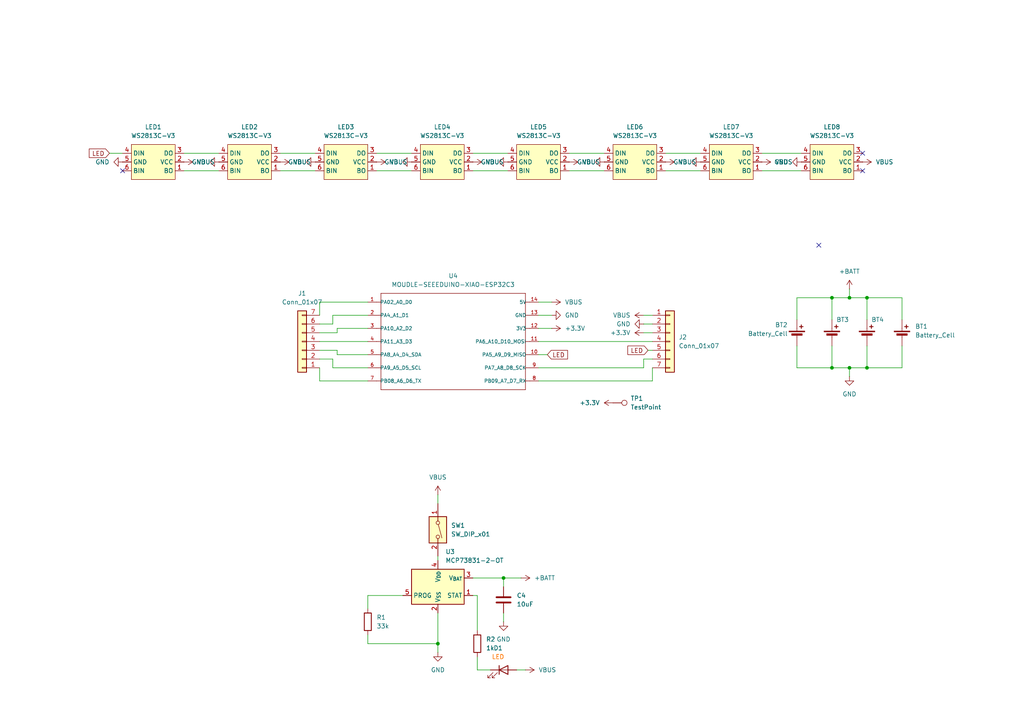
<source format=kicad_sch>
(kicad_sch
	(version 20231120)
	(generator "eeschema")
	(generator_version "8.0")
	(uuid "389c0417-5964-40f9-8750-054d646f621b")
	(paper "A4")
	(lib_symbols
		(symbol "Battery_Management:MCP73831-2-OT"
			(exclude_from_sim no)
			(in_bom yes)
			(on_board yes)
			(property "Reference" "U"
				(at -7.62 6.35 0)
				(effects
					(font
						(size 1.27 1.27)
					)
					(justify left)
				)
			)
			(property "Value" "MCP73831-2-OT"
				(at 1.27 6.35 0)
				(effects
					(font
						(size 1.27 1.27)
					)
					(justify left)
				)
			)
			(property "Footprint" "Package_TO_SOT_SMD:SOT-23-5"
				(at 1.27 -6.35 0)
				(effects
					(font
						(size 1.27 1.27)
						(italic yes)
					)
					(justify left)
					(hide yes)
				)
			)
			(property "Datasheet" "http://ww1.microchip.com/downloads/en/DeviceDoc/20001984g.pdf"
				(at 0 -18.288 0)
				(effects
					(font
						(size 1.27 1.27)
					)
					(hide yes)
				)
			)
			(property "Description" "Single cell, Li-Ion/Li-Po charge management controller, 4.20V, Tri-State Status Output, in SOT23-5 package"
				(at 0 0 0)
				(effects
					(font
						(size 1.27 1.27)
					)
					(hide yes)
				)
			)
			(property "ki_keywords" "battery charger lithium"
				(at 0 0 0)
				(effects
					(font
						(size 1.27 1.27)
					)
					(hide yes)
				)
			)
			(property "ki_fp_filters" "SOT?23*"
				(at 0 0 0)
				(effects
					(font
						(size 1.27 1.27)
					)
					(hide yes)
				)
			)
			(symbol "MCP73831-2-OT_0_1"
				(rectangle
					(start -7.62 5.08)
					(end 7.62 -5.08)
					(stroke
						(width 0.254)
						(type default)
					)
					(fill
						(type background)
					)
				)
			)
			(symbol "MCP73831-2-OT_1_1"
				(pin tri_state line
					(at 10.16 -2.54 180)
					(length 2.54)
					(name "STAT"
						(effects
							(font
								(size 1.27 1.27)
							)
						)
					)
					(number "1"
						(effects
							(font
								(size 1.27 1.27)
							)
						)
					)
				)
				(pin power_in line
					(at 0 -7.62 90)
					(length 2.54)
					(name "V_{SS}"
						(effects
							(font
								(size 1.27 1.27)
							)
						)
					)
					(number "2"
						(effects
							(font
								(size 1.27 1.27)
							)
						)
					)
				)
				(pin power_out line
					(at 10.16 2.54 180)
					(length 2.54)
					(name "V_{BAT}"
						(effects
							(font
								(size 1.27 1.27)
							)
						)
					)
					(number "3"
						(effects
							(font
								(size 1.27 1.27)
							)
						)
					)
				)
				(pin power_in line
					(at 0 7.62 270)
					(length 2.54)
					(name "V_{DD}"
						(effects
							(font
								(size 1.27 1.27)
							)
						)
					)
					(number "4"
						(effects
							(font
								(size 1.27 1.27)
							)
						)
					)
				)
				(pin input line
					(at -10.16 -2.54 0)
					(length 2.54)
					(name "PROG"
						(effects
							(font
								(size 1.27 1.27)
							)
						)
					)
					(number "5"
						(effects
							(font
								(size 1.27 1.27)
							)
						)
					)
				)
			)
		)
		(symbol "Connector:TestPoint"
			(pin_numbers hide)
			(pin_names
				(offset 0.762) hide)
			(exclude_from_sim no)
			(in_bom yes)
			(on_board yes)
			(property "Reference" "TP"
				(at 0 6.858 0)
				(effects
					(font
						(size 1.27 1.27)
					)
				)
			)
			(property "Value" "TestPoint"
				(at 0 5.08 0)
				(effects
					(font
						(size 1.27 1.27)
					)
				)
			)
			(property "Footprint" ""
				(at 5.08 0 0)
				(effects
					(font
						(size 1.27 1.27)
					)
					(hide yes)
				)
			)
			(property "Datasheet" "~"
				(at 5.08 0 0)
				(effects
					(font
						(size 1.27 1.27)
					)
					(hide yes)
				)
			)
			(property "Description" "test point"
				(at 0 0 0)
				(effects
					(font
						(size 1.27 1.27)
					)
					(hide yes)
				)
			)
			(property "ki_keywords" "test point tp"
				(at 0 0 0)
				(effects
					(font
						(size 1.27 1.27)
					)
					(hide yes)
				)
			)
			(property "ki_fp_filters" "Pin* Test*"
				(at 0 0 0)
				(effects
					(font
						(size 1.27 1.27)
					)
					(hide yes)
				)
			)
			(symbol "TestPoint_0_1"
				(circle
					(center 0 3.302)
					(radius 0.762)
					(stroke
						(width 0)
						(type default)
					)
					(fill
						(type none)
					)
				)
			)
			(symbol "TestPoint_1_1"
				(pin passive line
					(at 0 0 90)
					(length 2.54)
					(name "1"
						(effects
							(font
								(size 1.27 1.27)
							)
						)
					)
					(number "1"
						(effects
							(font
								(size 1.27 1.27)
							)
						)
					)
				)
			)
		)
		(symbol "Connector_Generic:Conn_01x07"
			(pin_names
				(offset 1.016) hide)
			(exclude_from_sim no)
			(in_bom yes)
			(on_board yes)
			(property "Reference" "J"
				(at 0 10.16 0)
				(effects
					(font
						(size 1.27 1.27)
					)
				)
			)
			(property "Value" "Conn_01x07"
				(at 0 -10.16 0)
				(effects
					(font
						(size 1.27 1.27)
					)
				)
			)
			(property "Footprint" ""
				(at 0 0 0)
				(effects
					(font
						(size 1.27 1.27)
					)
					(hide yes)
				)
			)
			(property "Datasheet" "~"
				(at 0 0 0)
				(effects
					(font
						(size 1.27 1.27)
					)
					(hide yes)
				)
			)
			(property "Description" "Generic connector, single row, 01x07, script generated (kicad-library-utils/schlib/autogen/connector/)"
				(at 0 0 0)
				(effects
					(font
						(size 1.27 1.27)
					)
					(hide yes)
				)
			)
			(property "ki_keywords" "connector"
				(at 0 0 0)
				(effects
					(font
						(size 1.27 1.27)
					)
					(hide yes)
				)
			)
			(property "ki_fp_filters" "Connector*:*_1x??_*"
				(at 0 0 0)
				(effects
					(font
						(size 1.27 1.27)
					)
					(hide yes)
				)
			)
			(symbol "Conn_01x07_1_1"
				(rectangle
					(start -1.27 -7.493)
					(end 0 -7.747)
					(stroke
						(width 0.1524)
						(type default)
					)
					(fill
						(type none)
					)
				)
				(rectangle
					(start -1.27 -4.953)
					(end 0 -5.207)
					(stroke
						(width 0.1524)
						(type default)
					)
					(fill
						(type none)
					)
				)
				(rectangle
					(start -1.27 -2.413)
					(end 0 -2.667)
					(stroke
						(width 0.1524)
						(type default)
					)
					(fill
						(type none)
					)
				)
				(rectangle
					(start -1.27 0.127)
					(end 0 -0.127)
					(stroke
						(width 0.1524)
						(type default)
					)
					(fill
						(type none)
					)
				)
				(rectangle
					(start -1.27 2.667)
					(end 0 2.413)
					(stroke
						(width 0.1524)
						(type default)
					)
					(fill
						(type none)
					)
				)
				(rectangle
					(start -1.27 5.207)
					(end 0 4.953)
					(stroke
						(width 0.1524)
						(type default)
					)
					(fill
						(type none)
					)
				)
				(rectangle
					(start -1.27 7.747)
					(end 0 7.493)
					(stroke
						(width 0.1524)
						(type default)
					)
					(fill
						(type none)
					)
				)
				(rectangle
					(start -1.27 8.89)
					(end 1.27 -8.89)
					(stroke
						(width 0.254)
						(type default)
					)
					(fill
						(type background)
					)
				)
				(pin passive line
					(at -5.08 7.62 0)
					(length 3.81)
					(name "Pin_1"
						(effects
							(font
								(size 1.27 1.27)
							)
						)
					)
					(number "1"
						(effects
							(font
								(size 1.27 1.27)
							)
						)
					)
				)
				(pin passive line
					(at -5.08 5.08 0)
					(length 3.81)
					(name "Pin_2"
						(effects
							(font
								(size 1.27 1.27)
							)
						)
					)
					(number "2"
						(effects
							(font
								(size 1.27 1.27)
							)
						)
					)
				)
				(pin passive line
					(at -5.08 2.54 0)
					(length 3.81)
					(name "Pin_3"
						(effects
							(font
								(size 1.27 1.27)
							)
						)
					)
					(number "3"
						(effects
							(font
								(size 1.27 1.27)
							)
						)
					)
				)
				(pin passive line
					(at -5.08 0 0)
					(length 3.81)
					(name "Pin_4"
						(effects
							(font
								(size 1.27 1.27)
							)
						)
					)
					(number "4"
						(effects
							(font
								(size 1.27 1.27)
							)
						)
					)
				)
				(pin passive line
					(at -5.08 -2.54 0)
					(length 3.81)
					(name "Pin_5"
						(effects
							(font
								(size 1.27 1.27)
							)
						)
					)
					(number "5"
						(effects
							(font
								(size 1.27 1.27)
							)
						)
					)
				)
				(pin passive line
					(at -5.08 -5.08 0)
					(length 3.81)
					(name "Pin_6"
						(effects
							(font
								(size 1.27 1.27)
							)
						)
					)
					(number "6"
						(effects
							(font
								(size 1.27 1.27)
							)
						)
					)
				)
				(pin passive line
					(at -5.08 -7.62 0)
					(length 3.81)
					(name "Pin_7"
						(effects
							(font
								(size 1.27 1.27)
							)
						)
					)
					(number "7"
						(effects
							(font
								(size 1.27 1.27)
							)
						)
					)
				)
			)
		)
		(symbol "Device:Battery_Cell"
			(pin_numbers hide)
			(pin_names
				(offset 0) hide)
			(exclude_from_sim no)
			(in_bom yes)
			(on_board yes)
			(property "Reference" "BT"
				(at 2.54 2.54 0)
				(effects
					(font
						(size 1.27 1.27)
					)
					(justify left)
				)
			)
			(property "Value" "Battery_Cell"
				(at 2.54 0 0)
				(effects
					(font
						(size 1.27 1.27)
					)
					(justify left)
				)
			)
			(property "Footprint" ""
				(at 0 1.524 90)
				(effects
					(font
						(size 1.27 1.27)
					)
					(hide yes)
				)
			)
			(property "Datasheet" "~"
				(at 0 1.524 90)
				(effects
					(font
						(size 1.27 1.27)
					)
					(hide yes)
				)
			)
			(property "Description" "Single-cell battery"
				(at 0 0 0)
				(effects
					(font
						(size 1.27 1.27)
					)
					(hide yes)
				)
			)
			(property "ki_keywords" "battery cell"
				(at 0 0 0)
				(effects
					(font
						(size 1.27 1.27)
					)
					(hide yes)
				)
			)
			(symbol "Battery_Cell_0_1"
				(rectangle
					(start -2.286 1.778)
					(end 2.286 1.524)
					(stroke
						(width 0)
						(type default)
					)
					(fill
						(type outline)
					)
				)
				(rectangle
					(start -1.524 1.016)
					(end 1.524 0.508)
					(stroke
						(width 0)
						(type default)
					)
					(fill
						(type outline)
					)
				)
				(polyline
					(pts
						(xy 0 0.762) (xy 0 0)
					)
					(stroke
						(width 0)
						(type default)
					)
					(fill
						(type none)
					)
				)
				(polyline
					(pts
						(xy 0 1.778) (xy 0 2.54)
					)
					(stroke
						(width 0)
						(type default)
					)
					(fill
						(type none)
					)
				)
				(polyline
					(pts
						(xy 0.762 3.048) (xy 1.778 3.048)
					)
					(stroke
						(width 0.254)
						(type default)
					)
					(fill
						(type none)
					)
				)
				(polyline
					(pts
						(xy 1.27 3.556) (xy 1.27 2.54)
					)
					(stroke
						(width 0.254)
						(type default)
					)
					(fill
						(type none)
					)
				)
			)
			(symbol "Battery_Cell_1_1"
				(pin passive line
					(at 0 5.08 270)
					(length 2.54)
					(name "+"
						(effects
							(font
								(size 1.27 1.27)
							)
						)
					)
					(number "1"
						(effects
							(font
								(size 1.27 1.27)
							)
						)
					)
				)
				(pin passive line
					(at 0 -2.54 90)
					(length 2.54)
					(name "-"
						(effects
							(font
								(size 1.27 1.27)
							)
						)
					)
					(number "2"
						(effects
							(font
								(size 1.27 1.27)
							)
						)
					)
				)
			)
		)
		(symbol "Device:C"
			(pin_numbers hide)
			(pin_names
				(offset 0.254)
			)
			(exclude_from_sim no)
			(in_bom yes)
			(on_board yes)
			(property "Reference" "C"
				(at 0.635 2.54 0)
				(effects
					(font
						(size 1.27 1.27)
					)
					(justify left)
				)
			)
			(property "Value" "C"
				(at 0.635 -2.54 0)
				(effects
					(font
						(size 1.27 1.27)
					)
					(justify left)
				)
			)
			(property "Footprint" ""
				(at 0.9652 -3.81 0)
				(effects
					(font
						(size 1.27 1.27)
					)
					(hide yes)
				)
			)
			(property "Datasheet" "~"
				(at 0 0 0)
				(effects
					(font
						(size 1.27 1.27)
					)
					(hide yes)
				)
			)
			(property "Description" "Unpolarized capacitor"
				(at 0 0 0)
				(effects
					(font
						(size 1.27 1.27)
					)
					(hide yes)
				)
			)
			(property "ki_keywords" "cap capacitor"
				(at 0 0 0)
				(effects
					(font
						(size 1.27 1.27)
					)
					(hide yes)
				)
			)
			(property "ki_fp_filters" "C_*"
				(at 0 0 0)
				(effects
					(font
						(size 1.27 1.27)
					)
					(hide yes)
				)
			)
			(symbol "C_0_1"
				(polyline
					(pts
						(xy -2.032 -0.762) (xy 2.032 -0.762)
					)
					(stroke
						(width 0.508)
						(type default)
					)
					(fill
						(type none)
					)
				)
				(polyline
					(pts
						(xy -2.032 0.762) (xy 2.032 0.762)
					)
					(stroke
						(width 0.508)
						(type default)
					)
					(fill
						(type none)
					)
				)
			)
			(symbol "C_1_1"
				(pin passive line
					(at 0 3.81 270)
					(length 2.794)
					(name "~"
						(effects
							(font
								(size 1.27 1.27)
							)
						)
					)
					(number "1"
						(effects
							(font
								(size 1.27 1.27)
							)
						)
					)
				)
				(pin passive line
					(at 0 -3.81 90)
					(length 2.794)
					(name "~"
						(effects
							(font
								(size 1.27 1.27)
							)
						)
					)
					(number "2"
						(effects
							(font
								(size 1.27 1.27)
							)
						)
					)
				)
			)
		)
		(symbol "Device:LED"
			(pin_numbers hide)
			(pin_names
				(offset 1.016) hide)
			(exclude_from_sim no)
			(in_bom yes)
			(on_board yes)
			(property "Reference" "D"
				(at 0 2.54 0)
				(effects
					(font
						(size 1.27 1.27)
					)
				)
			)
			(property "Value" "LED"
				(at 0 -2.54 0)
				(effects
					(font
						(size 1.27 1.27)
					)
				)
			)
			(property "Footprint" ""
				(at 0 0 0)
				(effects
					(font
						(size 1.27 1.27)
					)
					(hide yes)
				)
			)
			(property "Datasheet" "~"
				(at 0 0 0)
				(effects
					(font
						(size 1.27 1.27)
					)
					(hide yes)
				)
			)
			(property "Description" "Light emitting diode"
				(at 0 0 0)
				(effects
					(font
						(size 1.27 1.27)
					)
					(hide yes)
				)
			)
			(property "ki_keywords" "LED diode"
				(at 0 0 0)
				(effects
					(font
						(size 1.27 1.27)
					)
					(hide yes)
				)
			)
			(property "ki_fp_filters" "LED* LED_SMD:* LED_THT:*"
				(at 0 0 0)
				(effects
					(font
						(size 1.27 1.27)
					)
					(hide yes)
				)
			)
			(symbol "LED_0_1"
				(polyline
					(pts
						(xy -1.27 -1.27) (xy -1.27 1.27)
					)
					(stroke
						(width 0.254)
						(type default)
					)
					(fill
						(type none)
					)
				)
				(polyline
					(pts
						(xy -1.27 0) (xy 1.27 0)
					)
					(stroke
						(width 0)
						(type default)
					)
					(fill
						(type none)
					)
				)
				(polyline
					(pts
						(xy 1.27 -1.27) (xy 1.27 1.27) (xy -1.27 0) (xy 1.27 -1.27)
					)
					(stroke
						(width 0.254)
						(type default)
					)
					(fill
						(type none)
					)
				)
				(polyline
					(pts
						(xy -3.048 -0.762) (xy -4.572 -2.286) (xy -3.81 -2.286) (xy -4.572 -2.286) (xy -4.572 -1.524)
					)
					(stroke
						(width 0)
						(type default)
					)
					(fill
						(type none)
					)
				)
				(polyline
					(pts
						(xy -1.778 -0.762) (xy -3.302 -2.286) (xy -2.54 -2.286) (xy -3.302 -2.286) (xy -3.302 -1.524)
					)
					(stroke
						(width 0)
						(type default)
					)
					(fill
						(type none)
					)
				)
			)
			(symbol "LED_1_1"
				(pin passive line
					(at -3.81 0 0)
					(length 2.54)
					(name "K"
						(effects
							(font
								(size 1.27 1.27)
							)
						)
					)
					(number "1"
						(effects
							(font
								(size 1.27 1.27)
							)
						)
					)
				)
				(pin passive line
					(at 3.81 0 180)
					(length 2.54)
					(name "A"
						(effects
							(font
								(size 1.27 1.27)
							)
						)
					)
					(number "2"
						(effects
							(font
								(size 1.27 1.27)
							)
						)
					)
				)
			)
		)
		(symbol "Device:R"
			(pin_numbers hide)
			(pin_names
				(offset 0)
			)
			(exclude_from_sim no)
			(in_bom yes)
			(on_board yes)
			(property "Reference" "R"
				(at 2.032 0 90)
				(effects
					(font
						(size 1.27 1.27)
					)
				)
			)
			(property "Value" "R"
				(at 0 0 90)
				(effects
					(font
						(size 1.27 1.27)
					)
				)
			)
			(property "Footprint" ""
				(at -1.778 0 90)
				(effects
					(font
						(size 1.27 1.27)
					)
					(hide yes)
				)
			)
			(property "Datasheet" "~"
				(at 0 0 0)
				(effects
					(font
						(size 1.27 1.27)
					)
					(hide yes)
				)
			)
			(property "Description" "Resistor"
				(at 0 0 0)
				(effects
					(font
						(size 1.27 1.27)
					)
					(hide yes)
				)
			)
			(property "ki_keywords" "R res resistor"
				(at 0 0 0)
				(effects
					(font
						(size 1.27 1.27)
					)
					(hide yes)
				)
			)
			(property "ki_fp_filters" "R_*"
				(at 0 0 0)
				(effects
					(font
						(size 1.27 1.27)
					)
					(hide yes)
				)
			)
			(symbol "R_0_1"
				(rectangle
					(start -1.016 -2.54)
					(end 1.016 2.54)
					(stroke
						(width 0.254)
						(type default)
					)
					(fill
						(type none)
					)
				)
			)
			(symbol "R_1_1"
				(pin passive line
					(at 0 3.81 270)
					(length 1.27)
					(name "~"
						(effects
							(font
								(size 1.27 1.27)
							)
						)
					)
					(number "1"
						(effects
							(font
								(size 1.27 1.27)
							)
						)
					)
				)
				(pin passive line
					(at 0 -3.81 90)
					(length 1.27)
					(name "~"
						(effects
							(font
								(size 1.27 1.27)
							)
						)
					)
					(number "2"
						(effects
							(font
								(size 1.27 1.27)
							)
						)
					)
				)
			)
		)
		(symbol "MOUDLE-SEEEDUINO-XIAO-ESP32C3:MOUDLE-SEEEDUINO-XIAO-ESP32C3"
			(pin_names
				(offset 1.016)
			)
			(exclude_from_sim no)
			(in_bom yes)
			(on_board yes)
			(property "Reference" "U"
				(at -21.59 15.24 0)
				(effects
					(font
						(size 1.27 1.27)
					)
					(justify left bottom)
				)
			)
			(property "Value" "MOUDLE-SEEEDUINO-XIAO-ESP32C3"
				(at -21.59 13.97 0)
				(effects
					(font
						(size 1.27 1.27)
					)
					(justify left bottom)
				)
			)
			(property "Footprint" "MOUDLE14P-SMD-2.54-21X17.8MM"
				(at 0 0 0)
				(effects
					(font
						(size 1.27 1.27)
					)
					(justify bottom)
					(hide yes)
				)
			)
			(property "Datasheet" ""
				(at 0 0 0)
				(effects
					(font
						(size 1.27 1.27)
					)
					(hide yes)
				)
			)
			(property "Description" ""
				(at 0 0 0)
				(effects
					(font
						(size 1.27 1.27)
					)
					(hide yes)
				)
			)
			(symbol "MOUDLE-SEEEDUINO-XIAO-ESP32C3_0_0"
				(polyline
					(pts
						(xy -21.59 -13.97) (xy -21.59 0)
					)
					(stroke
						(width 0.1524)
						(type default)
					)
					(fill
						(type none)
					)
				)
				(polyline
					(pts
						(xy -21.59 -11.43) (xy -22.86 -11.43)
					)
					(stroke
						(width 0.1524)
						(type default)
					)
					(fill
						(type none)
					)
				)
				(polyline
					(pts
						(xy -21.59 -7.62) (xy -22.86 -7.62)
					)
					(stroke
						(width 0.1524)
						(type default)
					)
					(fill
						(type none)
					)
				)
				(polyline
					(pts
						(xy -21.59 -3.81) (xy -22.86 -3.81)
					)
					(stroke
						(width 0.1524)
						(type default)
					)
					(fill
						(type none)
					)
				)
				(polyline
					(pts
						(xy -21.59 0) (xy -22.86 0)
					)
					(stroke
						(width 0.1524)
						(type default)
					)
					(fill
						(type none)
					)
				)
				(polyline
					(pts
						(xy -21.59 0) (xy -21.59 3.81)
					)
					(stroke
						(width 0.1524)
						(type default)
					)
					(fill
						(type none)
					)
				)
				(polyline
					(pts
						(xy -21.59 3.81) (xy -22.86 3.81)
					)
					(stroke
						(width 0.1524)
						(type default)
					)
					(fill
						(type none)
					)
				)
				(polyline
					(pts
						(xy -21.59 3.81) (xy -21.59 7.62)
					)
					(stroke
						(width 0.1524)
						(type default)
					)
					(fill
						(type none)
					)
				)
				(polyline
					(pts
						(xy -21.59 7.62) (xy -22.86 7.62)
					)
					(stroke
						(width 0.1524)
						(type default)
					)
					(fill
						(type none)
					)
				)
				(polyline
					(pts
						(xy -21.59 7.62) (xy -21.59 11.43)
					)
					(stroke
						(width 0.1524)
						(type default)
					)
					(fill
						(type none)
					)
				)
				(polyline
					(pts
						(xy -21.59 11.43) (xy -22.86 11.43)
					)
					(stroke
						(width 0.1524)
						(type default)
					)
					(fill
						(type none)
					)
				)
				(polyline
					(pts
						(xy -21.59 11.43) (xy -21.59 13.97)
					)
					(stroke
						(width 0.1524)
						(type default)
					)
					(fill
						(type none)
					)
				)
				(polyline
					(pts
						(xy -21.59 13.97) (xy 20.32 13.97)
					)
					(stroke
						(width 0.1524)
						(type default)
					)
					(fill
						(type none)
					)
				)
				(polyline
					(pts
						(xy 20.32 -13.97) (xy -21.59 -13.97)
					)
					(stroke
						(width 0.1524)
						(type default)
					)
					(fill
						(type none)
					)
				)
				(polyline
					(pts
						(xy 20.32 3.81) (xy 20.32 -13.97)
					)
					(stroke
						(width 0.1524)
						(type default)
					)
					(fill
						(type none)
					)
				)
				(polyline
					(pts
						(xy 20.32 7.62) (xy 20.32 3.81)
					)
					(stroke
						(width 0.1524)
						(type default)
					)
					(fill
						(type none)
					)
				)
				(polyline
					(pts
						(xy 20.32 11.43) (xy 20.32 7.62)
					)
					(stroke
						(width 0.1524)
						(type default)
					)
					(fill
						(type none)
					)
				)
				(polyline
					(pts
						(xy 20.32 13.97) (xy 20.32 11.43)
					)
					(stroke
						(width 0.1524)
						(type default)
					)
					(fill
						(type none)
					)
				)
				(polyline
					(pts
						(xy 21.59 -11.43) (xy 20.32 -11.43)
					)
					(stroke
						(width 0.1524)
						(type default)
					)
					(fill
						(type none)
					)
				)
				(polyline
					(pts
						(xy 21.59 -7.62) (xy 20.32 -7.62)
					)
					(stroke
						(width 0.1524)
						(type default)
					)
					(fill
						(type none)
					)
				)
				(polyline
					(pts
						(xy 21.59 -3.81) (xy 20.32 -3.81)
					)
					(stroke
						(width 0.1524)
						(type default)
					)
					(fill
						(type none)
					)
				)
				(polyline
					(pts
						(xy 21.59 0) (xy 20.32 0)
					)
					(stroke
						(width 0.1524)
						(type default)
					)
					(fill
						(type none)
					)
				)
				(polyline
					(pts
						(xy 21.59 3.81) (xy 20.32 3.81)
					)
					(stroke
						(width 0.1524)
						(type default)
					)
					(fill
						(type none)
					)
				)
				(polyline
					(pts
						(xy 21.59 7.62) (xy 20.32 7.62)
					)
					(stroke
						(width 0.1524)
						(type default)
					)
					(fill
						(type none)
					)
				)
				(polyline
					(pts
						(xy 21.59 11.43) (xy 20.32 11.43)
					)
					(stroke
						(width 0.1524)
						(type default)
					)
					(fill
						(type none)
					)
				)
				(pin bidirectional line
					(at -25.4 11.43 0)
					(length 2.54)
					(name "PA02_A0_D0"
						(effects
							(font
								(size 1.016 1.016)
							)
						)
					)
					(number "1"
						(effects
							(font
								(size 1.016 1.016)
							)
						)
					)
				)
				(pin bidirectional line
					(at 24.13 -3.81 180)
					(length 2.54)
					(name "PA5_A9_D9_MISO"
						(effects
							(font
								(size 1.016 1.016)
							)
						)
					)
					(number "10"
						(effects
							(font
								(size 1.016 1.016)
							)
						)
					)
				)
				(pin bidirectional line
					(at 24.13 0 180)
					(length 2.54)
					(name "PA6_A10_D10_MOSI"
						(effects
							(font
								(size 1.016 1.016)
							)
						)
					)
					(number "11"
						(effects
							(font
								(size 1.016 1.016)
							)
						)
					)
				)
				(pin bidirectional line
					(at 24.13 3.81 180)
					(length 2.54)
					(name "3V3"
						(effects
							(font
								(size 1.016 1.016)
							)
						)
					)
					(number "12"
						(effects
							(font
								(size 1.016 1.016)
							)
						)
					)
				)
				(pin bidirectional line
					(at 24.13 7.62 180)
					(length 2.54)
					(name "GND"
						(effects
							(font
								(size 1.016 1.016)
							)
						)
					)
					(number "13"
						(effects
							(font
								(size 1.016 1.016)
							)
						)
					)
				)
				(pin bidirectional line
					(at 24.13 11.43 180)
					(length 2.54)
					(name "5V"
						(effects
							(font
								(size 1.016 1.016)
							)
						)
					)
					(number "14"
						(effects
							(font
								(size 1.016 1.016)
							)
						)
					)
				)
				(pin bidirectional line
					(at -25.4 7.62 0)
					(length 2.54)
					(name "PA4_A1_D1"
						(effects
							(font
								(size 1.016 1.016)
							)
						)
					)
					(number "2"
						(effects
							(font
								(size 1.016 1.016)
							)
						)
					)
				)
				(pin bidirectional line
					(at -25.4 3.81 0)
					(length 2.54)
					(name "PA10_A2_D2"
						(effects
							(font
								(size 1.016 1.016)
							)
						)
					)
					(number "3"
						(effects
							(font
								(size 1.016 1.016)
							)
						)
					)
				)
				(pin bidirectional line
					(at -25.4 0 0)
					(length 2.54)
					(name "PA11_A3_D3"
						(effects
							(font
								(size 1.016 1.016)
							)
						)
					)
					(number "4"
						(effects
							(font
								(size 1.016 1.016)
							)
						)
					)
				)
				(pin bidirectional line
					(at -25.4 -3.81 0)
					(length 2.54)
					(name "PA8_A4_D4_SDA"
						(effects
							(font
								(size 1.016 1.016)
							)
						)
					)
					(number "5"
						(effects
							(font
								(size 1.016 1.016)
							)
						)
					)
				)
				(pin bidirectional line
					(at -25.4 -7.62 0)
					(length 2.54)
					(name "PA9_A5_D5_SCL"
						(effects
							(font
								(size 1.016 1.016)
							)
						)
					)
					(number "6"
						(effects
							(font
								(size 1.016 1.016)
							)
						)
					)
				)
				(pin bidirectional line
					(at -25.4 -11.43 0)
					(length 2.54)
					(name "PB08_A6_D6_TX"
						(effects
							(font
								(size 1.016 1.016)
							)
						)
					)
					(number "7"
						(effects
							(font
								(size 1.016 1.016)
							)
						)
					)
				)
				(pin bidirectional line
					(at 24.13 -11.43 180)
					(length 2.54)
					(name "PB09_A7_D7_RX"
						(effects
							(font
								(size 1.016 1.016)
							)
						)
					)
					(number "8"
						(effects
							(font
								(size 1.016 1.016)
							)
						)
					)
				)
				(pin bidirectional line
					(at 24.13 -7.62 180)
					(length 2.54)
					(name "PA7_A8_D8_SCK"
						(effects
							(font
								(size 1.016 1.016)
							)
						)
					)
					(number "9"
						(effects
							(font
								(size 1.016 1.016)
							)
						)
					)
				)
			)
		)
		(symbol "Switch:SW_DIP_x01"
			(pin_names
				(offset 0) hide)
			(exclude_from_sim no)
			(in_bom yes)
			(on_board yes)
			(property "Reference" "SW"
				(at 0 3.81 0)
				(effects
					(font
						(size 1.27 1.27)
					)
				)
			)
			(property "Value" "SW_DIP_x01"
				(at 0 -3.81 0)
				(effects
					(font
						(size 1.27 1.27)
					)
				)
			)
			(property "Footprint" ""
				(at 0 0 0)
				(effects
					(font
						(size 1.27 1.27)
					)
					(hide yes)
				)
			)
			(property "Datasheet" "~"
				(at 0 0 0)
				(effects
					(font
						(size 1.27 1.27)
					)
					(hide yes)
				)
			)
			(property "Description" "1x DIP Switch, Single Pole Single Throw (SPST) switch, small symbol"
				(at 0 0 0)
				(effects
					(font
						(size 1.27 1.27)
					)
					(hide yes)
				)
			)
			(property "ki_keywords" "dip switch"
				(at 0 0 0)
				(effects
					(font
						(size 1.27 1.27)
					)
					(hide yes)
				)
			)
			(property "ki_fp_filters" "SW?DIP?x1*"
				(at 0 0 0)
				(effects
					(font
						(size 1.27 1.27)
					)
					(hide yes)
				)
			)
			(symbol "SW_DIP_x01_0_0"
				(circle
					(center -2.032 0)
					(radius 0.508)
					(stroke
						(width 0)
						(type default)
					)
					(fill
						(type none)
					)
				)
				(polyline
					(pts
						(xy -1.524 0.127) (xy 2.3622 1.1684)
					)
					(stroke
						(width 0)
						(type default)
					)
					(fill
						(type none)
					)
				)
				(circle
					(center 2.032 0)
					(radius 0.508)
					(stroke
						(width 0)
						(type default)
					)
					(fill
						(type none)
					)
				)
			)
			(symbol "SW_DIP_x01_0_1"
				(rectangle
					(start -3.81 2.54)
					(end 3.81 -2.54)
					(stroke
						(width 0.254)
						(type default)
					)
					(fill
						(type background)
					)
				)
			)
			(symbol "SW_DIP_x01_1_1"
				(pin passive line
					(at -7.62 0 0)
					(length 5.08)
					(name "~"
						(effects
							(font
								(size 1.27 1.27)
							)
						)
					)
					(number "1"
						(effects
							(font
								(size 1.27 1.27)
							)
						)
					)
				)
				(pin passive line
					(at 7.62 0 180)
					(length 5.08)
					(name "~"
						(effects
							(font
								(size 1.27 1.27)
							)
						)
					)
					(number "2"
						(effects
							(font
								(size 1.27 1.27)
							)
						)
					)
				)
			)
		)
		(symbol "power:+3.3V"
			(power)
			(pin_numbers hide)
			(pin_names
				(offset 0) hide)
			(exclude_from_sim no)
			(in_bom yes)
			(on_board yes)
			(property "Reference" "#PWR"
				(at 0 -3.81 0)
				(effects
					(font
						(size 1.27 1.27)
					)
					(hide yes)
				)
			)
			(property "Value" "+3.3V"
				(at 0 3.556 0)
				(effects
					(font
						(size 1.27 1.27)
					)
				)
			)
			(property "Footprint" ""
				(at 0 0 0)
				(effects
					(font
						(size 1.27 1.27)
					)
					(hide yes)
				)
			)
			(property "Datasheet" ""
				(at 0 0 0)
				(effects
					(font
						(size 1.27 1.27)
					)
					(hide yes)
				)
			)
			(property "Description" "Power symbol creates a global label with name \"+3.3V\""
				(at 0 0 0)
				(effects
					(font
						(size 1.27 1.27)
					)
					(hide yes)
				)
			)
			(property "ki_keywords" "global power"
				(at 0 0 0)
				(effects
					(font
						(size 1.27 1.27)
					)
					(hide yes)
				)
			)
			(symbol "+3.3V_0_1"
				(polyline
					(pts
						(xy -0.762 1.27) (xy 0 2.54)
					)
					(stroke
						(width 0)
						(type default)
					)
					(fill
						(type none)
					)
				)
				(polyline
					(pts
						(xy 0 0) (xy 0 2.54)
					)
					(stroke
						(width 0)
						(type default)
					)
					(fill
						(type none)
					)
				)
				(polyline
					(pts
						(xy 0 2.54) (xy 0.762 1.27)
					)
					(stroke
						(width 0)
						(type default)
					)
					(fill
						(type none)
					)
				)
			)
			(symbol "+3.3V_1_1"
				(pin power_in line
					(at 0 0 90)
					(length 0)
					(name "~"
						(effects
							(font
								(size 1.27 1.27)
							)
						)
					)
					(number "1"
						(effects
							(font
								(size 1.27 1.27)
							)
						)
					)
				)
			)
		)
		(symbol "power:+BATT"
			(power)
			(pin_numbers hide)
			(pin_names
				(offset 0) hide)
			(exclude_from_sim no)
			(in_bom yes)
			(on_board yes)
			(property "Reference" "#PWR"
				(at 0 -3.81 0)
				(effects
					(font
						(size 1.27 1.27)
					)
					(hide yes)
				)
			)
			(property "Value" "+BATT"
				(at 0 3.556 0)
				(effects
					(font
						(size 1.27 1.27)
					)
				)
			)
			(property "Footprint" ""
				(at 0 0 0)
				(effects
					(font
						(size 1.27 1.27)
					)
					(hide yes)
				)
			)
			(property "Datasheet" ""
				(at 0 0 0)
				(effects
					(font
						(size 1.27 1.27)
					)
					(hide yes)
				)
			)
			(property "Description" "Power symbol creates a global label with name \"+BATT\""
				(at 0 0 0)
				(effects
					(font
						(size 1.27 1.27)
					)
					(hide yes)
				)
			)
			(property "ki_keywords" "global power battery"
				(at 0 0 0)
				(effects
					(font
						(size 1.27 1.27)
					)
					(hide yes)
				)
			)
			(symbol "+BATT_0_1"
				(polyline
					(pts
						(xy -0.762 1.27) (xy 0 2.54)
					)
					(stroke
						(width 0)
						(type default)
					)
					(fill
						(type none)
					)
				)
				(polyline
					(pts
						(xy 0 0) (xy 0 2.54)
					)
					(stroke
						(width 0)
						(type default)
					)
					(fill
						(type none)
					)
				)
				(polyline
					(pts
						(xy 0 2.54) (xy 0.762 1.27)
					)
					(stroke
						(width 0)
						(type default)
					)
					(fill
						(type none)
					)
				)
			)
			(symbol "+BATT_1_1"
				(pin power_in line
					(at 0 0 90)
					(length 0)
					(name "~"
						(effects
							(font
								(size 1.27 1.27)
							)
						)
					)
					(number "1"
						(effects
							(font
								(size 1.27 1.27)
							)
						)
					)
				)
			)
		)
		(symbol "power:GND"
			(power)
			(pin_numbers hide)
			(pin_names
				(offset 0) hide)
			(exclude_from_sim no)
			(in_bom yes)
			(on_board yes)
			(property "Reference" "#PWR"
				(at 0 -6.35 0)
				(effects
					(font
						(size 1.27 1.27)
					)
					(hide yes)
				)
			)
			(property "Value" "GND"
				(at 0 -3.81 0)
				(effects
					(font
						(size 1.27 1.27)
					)
				)
			)
			(property "Footprint" ""
				(at 0 0 0)
				(effects
					(font
						(size 1.27 1.27)
					)
					(hide yes)
				)
			)
			(property "Datasheet" ""
				(at 0 0 0)
				(effects
					(font
						(size 1.27 1.27)
					)
					(hide yes)
				)
			)
			(property "Description" "Power symbol creates a global label with name \"GND\" , ground"
				(at 0 0 0)
				(effects
					(font
						(size 1.27 1.27)
					)
					(hide yes)
				)
			)
			(property "ki_keywords" "global power"
				(at 0 0 0)
				(effects
					(font
						(size 1.27 1.27)
					)
					(hide yes)
				)
			)
			(symbol "GND_0_1"
				(polyline
					(pts
						(xy 0 0) (xy 0 -1.27) (xy 1.27 -1.27) (xy 0 -2.54) (xy -1.27 -1.27) (xy 0 -1.27)
					)
					(stroke
						(width 0)
						(type default)
					)
					(fill
						(type none)
					)
				)
			)
			(symbol "GND_1_1"
				(pin power_in line
					(at 0 0 270)
					(length 0)
					(name "~"
						(effects
							(font
								(size 1.27 1.27)
							)
						)
					)
					(number "1"
						(effects
							(font
								(size 1.27 1.27)
							)
						)
					)
				)
			)
		)
		(symbol "power:VBUS"
			(power)
			(pin_numbers hide)
			(pin_names
				(offset 0) hide)
			(exclude_from_sim no)
			(in_bom yes)
			(on_board yes)
			(property "Reference" "#PWR"
				(at 0 -3.81 0)
				(effects
					(font
						(size 1.27 1.27)
					)
					(hide yes)
				)
			)
			(property "Value" "VBUS"
				(at 0 3.556 0)
				(effects
					(font
						(size 1.27 1.27)
					)
				)
			)
			(property "Footprint" ""
				(at 0 0 0)
				(effects
					(font
						(size 1.27 1.27)
					)
					(hide yes)
				)
			)
			(property "Datasheet" ""
				(at 0 0 0)
				(effects
					(font
						(size 1.27 1.27)
					)
					(hide yes)
				)
			)
			(property "Description" "Power symbol creates a global label with name \"VBUS\""
				(at 0 0 0)
				(effects
					(font
						(size 1.27 1.27)
					)
					(hide yes)
				)
			)
			(property "ki_keywords" "global power"
				(at 0 0 0)
				(effects
					(font
						(size 1.27 1.27)
					)
					(hide yes)
				)
			)
			(symbol "VBUS_0_1"
				(polyline
					(pts
						(xy -0.762 1.27) (xy 0 2.54)
					)
					(stroke
						(width 0)
						(type default)
					)
					(fill
						(type none)
					)
				)
				(polyline
					(pts
						(xy 0 0) (xy 0 2.54)
					)
					(stroke
						(width 0)
						(type default)
					)
					(fill
						(type none)
					)
				)
				(polyline
					(pts
						(xy 0 2.54) (xy 0.762 1.27)
					)
					(stroke
						(width 0)
						(type default)
					)
					(fill
						(type none)
					)
				)
			)
			(symbol "VBUS_1_1"
				(pin power_in line
					(at 0 0 90)
					(length 0)
					(name "~"
						(effects
							(font
								(size 1.27 1.27)
							)
						)
					)
					(number "1"
						(effects
							(font
								(size 1.27 1.27)
							)
						)
					)
				)
			)
		)
		(symbol "ws2813c-v3:WS2813C-V3"
			(exclude_from_sim no)
			(in_bom yes)
			(on_board yes)
			(property "Reference" "LED5"
				(at 0 10.16 0)
				(effects
					(font
						(size 1.27 1.27)
					)
				)
			)
			(property "Value" "WS2813C-V3"
				(at 0 7.62 0)
				(effects
					(font
						(size 1.27 1.27)
					)
				)
			)
			(property "Footprint" "easyeda2kicad:LED-SMD_6P-L5.4-W5.0-BR_WS2813C-V3"
				(at 0 -10.16 0)
				(effects
					(font
						(size 1.27 1.27)
					)
					(hide yes)
				)
			)
			(property "Datasheet" ""
				(at 0 0 0)
				(effects
					(font
						(size 1.27 1.27)
					)
					(hide yes)
				)
			)
			(property "Description" ""
				(at 0 0 0)
				(effects
					(font
						(size 1.27 1.27)
					)
					(hide yes)
				)
			)
			(property "LCSC Part" "C5359034"
				(at 0 -12.7 0)
				(effects
					(font
						(size 1.27 1.27)
					)
					(hide yes)
				)
			)
			(symbol "WS2813C-V3_0_1"
				(rectangle
					(start -6.35 5.08)
					(end 6.35 -5.08)
					(stroke
						(width 0)
						(type default)
					)
					(fill
						(type background)
					)
				)
				(pin unspecified line
					(at 8.89 -2.54 180)
					(length 2.54)
					(name "BO"
						(effects
							(font
								(size 1.27 1.27)
							)
						)
					)
					(number "1"
						(effects
							(font
								(size 1.27 1.27)
							)
						)
					)
				)
				(pin unspecified line
					(at 8.89 0 180)
					(length 2.54)
					(name "VCC"
						(effects
							(font
								(size 1.27 1.27)
							)
						)
					)
					(number "2"
						(effects
							(font
								(size 1.27 1.27)
							)
						)
					)
				)
				(pin unspecified line
					(at 8.89 2.54 180)
					(length 2.54)
					(name "DO"
						(effects
							(font
								(size 1.27 1.27)
							)
						)
					)
					(number "3"
						(effects
							(font
								(size 1.27 1.27)
							)
						)
					)
				)
				(pin unspecified line
					(at -8.89 2.54 0)
					(length 2.54)
					(name "DIN"
						(effects
							(font
								(size 1.27 1.27)
							)
						)
					)
					(number "4"
						(effects
							(font
								(size 1.27 1.27)
							)
						)
					)
				)
				(pin unspecified line
					(at -8.89 0 0)
					(length 2.54)
					(name "GND"
						(effects
							(font
								(size 1.27 1.27)
							)
						)
					)
					(number "5"
						(effects
							(font
								(size 1.27 1.27)
							)
						)
					)
				)
				(pin unspecified line
					(at -8.89 -2.54 0)
					(length 2.54)
					(name "BIN"
						(effects
							(font
								(size 1.27 1.27)
							)
						)
					)
					(number "6"
						(effects
							(font
								(size 1.27 1.27)
							)
						)
					)
				)
			)
		)
	)
	(junction
		(at 241.3 106.68)
		(diameter 0)
		(color 0 0 0 0)
		(uuid "0618b5e5-2fbc-4d4d-bb95-17d103c87344")
	)
	(junction
		(at 146.05 167.64)
		(diameter 0)
		(color 0 0 0 0)
		(uuid "2db06f15-f081-43cb-8857-c6a66b1e10d2")
	)
	(junction
		(at 241.3 86.36)
		(diameter 0)
		(color 0 0 0 0)
		(uuid "4edf1a54-032b-4584-b5c4-1d5185e42932")
	)
	(junction
		(at 246.38 106.68)
		(diameter 0)
		(color 0 0 0 0)
		(uuid "523f1ad4-e0cf-40c4-935c-d248e07a5604")
	)
	(junction
		(at 251.46 106.68)
		(diameter 0)
		(color 0 0 0 0)
		(uuid "55c88ce1-b945-4302-9cfb-066c074671d9")
	)
	(junction
		(at 127 186.69)
		(diameter 0)
		(color 0 0 0 0)
		(uuid "73f03c69-52d2-42e9-ba51-c22cf0c03abd")
	)
	(junction
		(at 246.38 86.36)
		(diameter 0)
		(color 0 0 0 0)
		(uuid "b670eba2-4a99-4e48-9c0f-9e6013d0b42d")
	)
	(junction
		(at 251.46 86.36)
		(diameter 0)
		(color 0 0 0 0)
		(uuid "f8bd85eb-c1b5-4be7-99d5-251339f9ba3c")
	)
	(no_connect
		(at 327.66 -16.51)
		(uuid "181fbeeb-b509-4881-a0a6-1611637df1bf")
	)
	(no_connect
		(at 250.19 49.53)
		(uuid "4d37dd06-ed62-4b14-a80a-63b61105897e")
	)
	(no_connect
		(at 250.19 44.45)
		(uuid "5a0a92e8-5e6f-4f41-a1c0-1cd09281530d")
	)
	(no_connect
		(at 237.49 71.12)
		(uuid "78a92834-1c87-4bfb-b25c-03b9a5e53752")
	)
	(no_connect
		(at 35.56 49.53)
		(uuid "eed0f46f-d86d-402a-bdb1-fc5b4ce8856f")
	)
	(wire
		(pts
			(xy 231.14 100.33) (xy 231.14 106.68)
		)
		(stroke
			(width 0)
			(type default)
		)
		(uuid "02074504-3822-4de9-b6ee-f3b420cfb3c9")
	)
	(wire
		(pts
			(xy 246.38 106.68) (xy 251.46 106.68)
		)
		(stroke
			(width 0)
			(type default)
		)
		(uuid "053aba3e-0eb2-437e-b5ec-8fce5f94f119")
	)
	(wire
		(pts
			(xy 53.34 44.45) (xy 63.5 44.45)
		)
		(stroke
			(width 0)
			(type default)
		)
		(uuid "07f9d011-9e6c-4837-ac30-de71f28bad2c")
	)
	(wire
		(pts
			(xy 97.79 102.87) (xy 106.68 102.87)
		)
		(stroke
			(width 0)
			(type default)
		)
		(uuid "0823d1e7-3657-42f0-a875-4b15300483f4")
	)
	(wire
		(pts
			(xy 187.96 101.6) (xy 189.23 101.6)
		)
		(stroke
			(width 0)
			(type default)
		)
		(uuid "09f9e8cc-4e12-4504-a7ca-8211bdd320a6")
	)
	(wire
		(pts
			(xy 127 177.8) (xy 127 186.69)
		)
		(stroke
			(width 0)
			(type default)
		)
		(uuid "13653f67-640f-47cf-95d7-f898649c7c92")
	)
	(wire
		(pts
			(xy 106.68 91.44) (xy 96.52 91.44)
		)
		(stroke
			(width 0)
			(type default)
		)
		(uuid "1368bbfd-eacc-427c-8029-9a0ab961a1ab")
	)
	(wire
		(pts
			(xy 186.69 93.98) (xy 189.23 93.98)
		)
		(stroke
			(width 0)
			(type default)
		)
		(uuid "17ca8916-84fb-42c3-9d13-018d12db116f")
	)
	(wire
		(pts
			(xy 96.52 93.98) (xy 92.71 93.98)
		)
		(stroke
			(width 0)
			(type default)
		)
		(uuid "18158463-c2e7-4192-a32c-09e9883d7859")
	)
	(wire
		(pts
			(xy 96.52 106.68) (xy 106.68 106.68)
		)
		(stroke
			(width 0)
			(type default)
		)
		(uuid "18270b71-de35-42de-be22-7652250945fa")
	)
	(wire
		(pts
			(xy 231.14 86.36) (xy 241.3 86.36)
		)
		(stroke
			(width 0)
			(type default)
		)
		(uuid "199b7ff2-1e62-4970-8295-f3f63be85788")
	)
	(wire
		(pts
			(xy 97.79 95.25) (xy 97.79 96.52)
		)
		(stroke
			(width 0)
			(type default)
		)
		(uuid "1c4cf294-a16f-4022-b7fc-ed516283a4e0")
	)
	(wire
		(pts
			(xy 138.43 172.72) (xy 138.43 182.88)
		)
		(stroke
			(width 0)
			(type default)
		)
		(uuid "1e187cab-c493-42c2-befb-2c507fb11251")
	)
	(wire
		(pts
			(xy 106.68 186.69) (xy 106.68 184.15)
		)
		(stroke
			(width 0)
			(type default)
		)
		(uuid "2b8d94f7-db84-4fcf-9a89-1a51251da9ea")
	)
	(wire
		(pts
			(xy 92.71 87.63) (xy 92.71 91.44)
		)
		(stroke
			(width 0)
			(type default)
		)
		(uuid "3370a90a-e987-495c-8aa6-335f21c8fc15")
	)
	(wire
		(pts
			(xy 193.04 49.53) (xy 203.2 49.53)
		)
		(stroke
			(width 0)
			(type default)
		)
		(uuid "38006568-6d1c-4e06-b527-3d913383bc1a")
	)
	(wire
		(pts
			(xy 109.22 44.45) (xy 119.38 44.45)
		)
		(stroke
			(width 0)
			(type default)
		)
		(uuid "388a1e20-c25d-4db5-9e73-035d307ba241")
	)
	(wire
		(pts
			(xy 186.69 96.52) (xy 189.23 96.52)
		)
		(stroke
			(width 0)
			(type default)
		)
		(uuid "3f8e4606-b245-471f-b233-e323182b3e40")
	)
	(wire
		(pts
			(xy 137.16 172.72) (xy 138.43 172.72)
		)
		(stroke
			(width 0)
			(type default)
		)
		(uuid "3ffa010e-1dbf-4424-bb31-5ba688d0f629")
	)
	(wire
		(pts
			(xy 251.46 100.33) (xy 251.46 106.68)
		)
		(stroke
			(width 0)
			(type default)
		)
		(uuid "40e39a02-11d3-42c4-b62a-b27a318cbbbd")
	)
	(wire
		(pts
			(xy 156.21 87.63) (xy 160.02 87.63)
		)
		(stroke
			(width 0)
			(type default)
		)
		(uuid "429f6bc7-91a9-405d-8a78-7692ffe89de4")
	)
	(wire
		(pts
			(xy 241.3 86.36) (xy 246.38 86.36)
		)
		(stroke
			(width 0)
			(type default)
		)
		(uuid "46fce63f-69a6-4d16-8af9-a03ca0ea5e51")
	)
	(wire
		(pts
			(xy 251.46 86.36) (xy 251.46 92.71)
		)
		(stroke
			(width 0)
			(type default)
		)
		(uuid "48a39e54-2c75-4c30-94b8-36d393b6575b")
	)
	(wire
		(pts
			(xy 156.21 99.06) (xy 189.23 99.06)
		)
		(stroke
			(width 0)
			(type default)
		)
		(uuid "4964c9ba-cd4f-494b-ab51-2b1a26d61bf4")
	)
	(wire
		(pts
			(xy 186.69 104.14) (xy 189.23 104.14)
		)
		(stroke
			(width 0)
			(type default)
		)
		(uuid "4e99d7cf-2963-4764-90f1-04527e9dfe71")
	)
	(wire
		(pts
			(xy 251.46 106.68) (xy 261.62 106.68)
		)
		(stroke
			(width 0)
			(type default)
		)
		(uuid "507268d3-62cc-4131-bccb-d386b4c95583")
	)
	(wire
		(pts
			(xy 106.68 87.63) (xy 92.71 87.63)
		)
		(stroke
			(width 0)
			(type default)
		)
		(uuid "59b352be-6692-4c98-a76f-b92c31949955")
	)
	(wire
		(pts
			(xy 151.13 167.64) (xy 146.05 167.64)
		)
		(stroke
			(width 0)
			(type default)
		)
		(uuid "5b160d12-0395-4674-a2f5-70f52075adf1")
	)
	(wire
		(pts
			(xy 246.38 86.36) (xy 251.46 86.36)
		)
		(stroke
			(width 0)
			(type default)
		)
		(uuid "5d8ee483-b5a5-4ef2-a4dd-cc5b5d426fb7")
	)
	(wire
		(pts
			(xy 193.04 44.45) (xy 203.2 44.45)
		)
		(stroke
			(width 0)
			(type default)
		)
		(uuid "5e238f2c-6991-4d76-8828-68ed38f21fbe")
	)
	(wire
		(pts
			(xy 220.98 49.53) (xy 232.41 49.53)
		)
		(stroke
			(width 0)
			(type default)
		)
		(uuid "5e7e3125-a814-4c62-9f9b-87c6537158a5")
	)
	(wire
		(pts
			(xy 92.71 110.49) (xy 92.71 106.68)
		)
		(stroke
			(width 0)
			(type default)
		)
		(uuid "62793993-a284-468c-af2c-251f82d6acbe")
	)
	(wire
		(pts
			(xy 251.46 86.36) (xy 261.62 86.36)
		)
		(stroke
			(width 0)
			(type default)
		)
		(uuid "62d68ecb-4372-442b-bdd3-7a541a2717de")
	)
	(wire
		(pts
			(xy 96.52 106.68) (xy 96.52 104.14)
		)
		(stroke
			(width 0)
			(type default)
		)
		(uuid "6802c675-b325-4d18-943a-ed3973403eba")
	)
	(wire
		(pts
			(xy 165.1 44.45) (xy 175.26 44.45)
		)
		(stroke
			(width 0)
			(type default)
		)
		(uuid "6a7a4435-b2d6-466a-a01d-c8676414f899")
	)
	(wire
		(pts
			(xy 152.4 194.31) (xy 149.86 194.31)
		)
		(stroke
			(width 0)
			(type default)
		)
		(uuid "6b429ae1-818b-4420-91d3-dfc50cecdfb3")
	)
	(wire
		(pts
			(xy 138.43 194.31) (xy 142.24 194.31)
		)
		(stroke
			(width 0)
			(type default)
		)
		(uuid "6c5ac340-9c93-4336-bba6-70b616ddad38")
	)
	(wire
		(pts
			(xy 146.05 170.18) (xy 146.05 167.64)
		)
		(stroke
			(width 0)
			(type default)
		)
		(uuid "6fcadfc8-0fb8-4575-8c2e-432cde9be9e6")
	)
	(wire
		(pts
			(xy 246.38 83.82) (xy 246.38 86.36)
		)
		(stroke
			(width 0)
			(type default)
		)
		(uuid "6fec2b30-4105-4ec9-a782-646f5042f97e")
	)
	(wire
		(pts
			(xy 241.3 100.33) (xy 241.3 106.68)
		)
		(stroke
			(width 0)
			(type default)
		)
		(uuid "7b3822ef-b074-4d9f-a065-802566d75a8d")
	)
	(wire
		(pts
			(xy 92.71 99.06) (xy 106.68 99.06)
		)
		(stroke
			(width 0)
			(type default)
		)
		(uuid "7be2a0ee-ac52-49d8-9d41-837b79c41122")
	)
	(wire
		(pts
			(xy 97.79 95.25) (xy 106.68 95.25)
		)
		(stroke
			(width 0)
			(type default)
		)
		(uuid "7d10ccbf-9a3f-43df-a73e-01f38c8dc3a6")
	)
	(wire
		(pts
			(xy 231.14 106.68) (xy 241.3 106.68)
		)
		(stroke
			(width 0)
			(type default)
		)
		(uuid "7d2a71ef-7f89-4c0b-a831-7398cd1951c8")
	)
	(wire
		(pts
			(xy 138.43 190.5) (xy 138.43 194.31)
		)
		(stroke
			(width 0)
			(type default)
		)
		(uuid "7ec1d010-9091-45a5-af44-81726c0d42a4")
	)
	(wire
		(pts
			(xy 246.38 109.22) (xy 246.38 106.68)
		)
		(stroke
			(width 0)
			(type default)
		)
		(uuid "81a3d4c9-bb62-4bb7-bfb4-d84f543464d1")
	)
	(wire
		(pts
			(xy 109.22 49.53) (xy 119.38 49.53)
		)
		(stroke
			(width 0)
			(type default)
		)
		(uuid "81a70dd0-78ed-42fd-ad8f-e48fb1529d00")
	)
	(wire
		(pts
			(xy 106.68 172.72) (xy 116.84 172.72)
		)
		(stroke
			(width 0)
			(type default)
		)
		(uuid "8237ab80-dce1-4381-9d2e-843932e36e80")
	)
	(wire
		(pts
			(xy 97.79 101.6) (xy 92.71 101.6)
		)
		(stroke
			(width 0)
			(type default)
		)
		(uuid "85372899-5cd0-4e75-91b5-453169c15a72")
	)
	(wire
		(pts
			(xy 96.52 104.14) (xy 92.71 104.14)
		)
		(stroke
			(width 0)
			(type default)
		)
		(uuid "89f300d9-6c4c-4ce6-9240-055c65320ec5")
	)
	(wire
		(pts
			(xy 156.21 106.68) (xy 186.69 106.68)
		)
		(stroke
			(width 0)
			(type default)
		)
		(uuid "8ce6d578-b9ac-4ee2-ac7e-0d488e7398d5")
	)
	(wire
		(pts
			(xy 97.79 102.87) (xy 97.79 101.6)
		)
		(stroke
			(width 0)
			(type default)
		)
		(uuid "8ecc16d6-e747-45a5-ac30-2696d712533f")
	)
	(wire
		(pts
			(xy 186.69 106.68) (xy 186.69 104.14)
		)
		(stroke
			(width 0)
			(type default)
		)
		(uuid "9a9c3310-5f4c-43da-8151-45090e5d0833")
	)
	(wire
		(pts
			(xy 137.16 167.64) (xy 146.05 167.64)
		)
		(stroke
			(width 0)
			(type default)
		)
		(uuid "9ef74a4d-c226-4794-86cc-07cd68338af3")
	)
	(wire
		(pts
			(xy 156.21 110.49) (xy 189.23 110.49)
		)
		(stroke
			(width 0)
			(type default)
		)
		(uuid "a0ab1bb5-09cb-4827-b09b-140242da6801")
	)
	(wire
		(pts
			(xy 106.68 176.53) (xy 106.68 172.72)
		)
		(stroke
			(width 0)
			(type default)
		)
		(uuid "a7875ae2-469b-46b7-9eff-7a4ee99285ff")
	)
	(wire
		(pts
			(xy 81.28 49.53) (xy 91.44 49.53)
		)
		(stroke
			(width 0)
			(type default)
		)
		(uuid "ac88e741-ad17-4fcd-a242-e47f83fa73af")
	)
	(wire
		(pts
			(xy 106.68 110.49) (xy 92.71 110.49)
		)
		(stroke
			(width 0)
			(type default)
		)
		(uuid "b086dd27-ce22-4504-8df1-394e78ea658a")
	)
	(wire
		(pts
			(xy 241.3 86.36) (xy 241.3 92.71)
		)
		(stroke
			(width 0)
			(type default)
		)
		(uuid "b2ba0b7f-5419-49b5-9701-6c466eb268d9")
	)
	(wire
		(pts
			(xy 189.23 110.49) (xy 189.23 106.68)
		)
		(stroke
			(width 0)
			(type default)
		)
		(uuid "b54b420e-5c4c-4765-9f4d-41a802cfed25")
	)
	(wire
		(pts
			(xy 261.62 100.33) (xy 261.62 106.68)
		)
		(stroke
			(width 0)
			(type default)
		)
		(uuid "b5de5e0b-ea05-4e30-a627-ad7774d69c07")
	)
	(wire
		(pts
			(xy 53.34 49.53) (xy 63.5 49.53)
		)
		(stroke
			(width 0)
			(type default)
		)
		(uuid "b9d74770-c2ec-4f98-a197-778d7240236f")
	)
	(wire
		(pts
			(xy 156.21 91.44) (xy 160.02 91.44)
		)
		(stroke
			(width 0)
			(type default)
		)
		(uuid "be6b3527-7ef0-4abc-baf6-b6e2db4f146c")
	)
	(wire
		(pts
			(xy 146.05 180.34) (xy 146.05 177.8)
		)
		(stroke
			(width 0)
			(type default)
		)
		(uuid "c183cc90-3392-4ff4-b867-b4b33ab40681")
	)
	(wire
		(pts
			(xy 137.16 49.53) (xy 147.32 49.53)
		)
		(stroke
			(width 0)
			(type default)
		)
		(uuid "c32014da-3d82-4320-a6bf-de4bbed16829")
	)
	(wire
		(pts
			(xy 127 162.56) (xy 127 161.29)
		)
		(stroke
			(width 0)
			(type default)
		)
		(uuid "c3c201ad-db7e-4efe-b4b0-271b3b8ef112")
	)
	(wire
		(pts
			(xy 31.75 44.45) (xy 35.56 44.45)
		)
		(stroke
			(width 0)
			(type default)
		)
		(uuid "c3cbdc14-8aa5-48b1-81a6-27e5da6b07f3")
	)
	(wire
		(pts
			(xy 96.52 91.44) (xy 96.52 93.98)
		)
		(stroke
			(width 0)
			(type default)
		)
		(uuid "c420fba2-b3a2-428d-86ce-d953f12c91ea")
	)
	(wire
		(pts
			(xy 81.28 44.45) (xy 91.44 44.45)
		)
		(stroke
			(width 0)
			(type default)
		)
		(uuid "cc5c2c80-af64-4178-b723-61aeb7a9672e")
	)
	(wire
		(pts
			(xy 127 143.51) (xy 127 146.05)
		)
		(stroke
			(width 0)
			(type default)
		)
		(uuid "d3105bec-4143-4c93-8cd1-6862e5bf7634")
	)
	(wire
		(pts
			(xy 97.79 96.52) (xy 92.71 96.52)
		)
		(stroke
			(width 0)
			(type default)
		)
		(uuid "dde12e18-199e-4d63-b3fa-93ff859821aa")
	)
	(wire
		(pts
			(xy 241.3 106.68) (xy 246.38 106.68)
		)
		(stroke
			(width 0)
			(type default)
		)
		(uuid "e3291a85-f9d5-445f-b915-254d4ea76300")
	)
	(wire
		(pts
			(xy 127 186.69) (xy 106.68 186.69)
		)
		(stroke
			(width 0)
			(type default)
		)
		(uuid "e4ddbcba-17e1-4ddf-b834-dc835c1bf165")
	)
	(wire
		(pts
			(xy 137.16 44.45) (xy 147.32 44.45)
		)
		(stroke
			(width 0)
			(type default)
		)
		(uuid "e8b6042c-6e98-45eb-9c37-b72163c5a5e5")
	)
	(wire
		(pts
			(xy 156.21 95.25) (xy 160.02 95.25)
		)
		(stroke
			(width 0)
			(type default)
		)
		(uuid "e9176d07-f98b-429b-a4df-d9c97789e730")
	)
	(wire
		(pts
			(xy 158.75 102.87) (xy 156.21 102.87)
		)
		(stroke
			(width 0)
			(type default)
		)
		(uuid "ee781936-8380-4e02-861e-0753ecea50cf")
	)
	(wire
		(pts
			(xy 231.14 92.71) (xy 231.14 86.36)
		)
		(stroke
			(width 0)
			(type default)
		)
		(uuid "f29bbb36-a5a7-4820-bcac-c38ae49beafb")
	)
	(wire
		(pts
			(xy 186.69 91.44) (xy 189.23 91.44)
		)
		(stroke
			(width 0)
			(type default)
		)
		(uuid "f3625e5a-8999-432b-aba6-ce6c7d99e396")
	)
	(wire
		(pts
			(xy 165.1 49.53) (xy 175.26 49.53)
		)
		(stroke
			(width 0)
			(type default)
		)
		(uuid "f5d04181-bb34-4c48-9108-82efd858321a")
	)
	(wire
		(pts
			(xy 220.98 44.45) (xy 232.41 44.45)
		)
		(stroke
			(width 0)
			(type default)
		)
		(uuid "fb22fb20-36f6-4973-9115-1dee6acd022e")
	)
	(wire
		(pts
			(xy 127 189.23) (xy 127 186.69)
		)
		(stroke
			(width 0)
			(type default)
		)
		(uuid "fc24e933-ebec-4678-9070-9849bf637882")
	)
	(wire
		(pts
			(xy 261.62 86.36) (xy 261.62 92.71)
		)
		(stroke
			(width 0)
			(type default)
		)
		(uuid "fd6d9b4a-e75a-4f87-8bd4-9333ca736637")
	)
	(global_label "LED"
		(shape input)
		(at 187.96 101.6 180)
		(fields_autoplaced yes)
		(effects
			(font
				(size 1.27 1.27)
			)
			(justify right)
		)
		(uuid "07d202fc-8fd8-404a-87ec-6cbc9974333d")
		(property "Intersheetrefs" "${INTERSHEET_REFS}"
			(at 181.5277 101.6 0)
			(effects
				(font
					(size 1.27 1.27)
				)
				(justify right)
				(hide yes)
			)
		)
	)
	(global_label "LED"
		(shape input)
		(at 158.75 102.87 0)
		(fields_autoplaced yes)
		(effects
			(font
				(size 1.27 1.27)
			)
			(justify left)
		)
		(uuid "194ae8b2-79e8-4209-88b7-1ede9c8ae903")
		(property "Intersheetrefs" "${INTERSHEET_REFS}"
			(at 165.1823 102.87 0)
			(effects
				(font
					(size 1.27 1.27)
				)
				(justify left)
				(hide yes)
			)
		)
	)
	(global_label "LED"
		(shape input)
		(at 31.75 44.45 180)
		(fields_autoplaced yes)
		(effects
			(font
				(size 1.27 1.27)
			)
			(justify right)
		)
		(uuid "8e5fc2c5-10de-4ac9-afeb-d0b6a9474129")
		(property "Intersheetrefs" "${INTERSHEET_REFS}"
			(at 25.3177 44.45 0)
			(effects
				(font
					(size 1.27 1.27)
				)
				(justify right)
				(hide yes)
			)
		)
	)
	(symbol
		(lib_id "Device:Battery_Cell")
		(at 251.46 97.79 0)
		(unit 1)
		(exclude_from_sim no)
		(in_bom yes)
		(on_board yes)
		(dnp no)
		(uuid "00e320d1-05f6-4649-97ca-415479815510")
		(property "Reference" "BT4"
			(at 252.73 92.71 0)
			(effects
				(font
					(size 1.27 1.27)
				)
				(justify left)
			)
		)
		(property "Value" "Battery_Cell"
			(at 255.27 97.2184 0)
			(effects
				(font
					(size 1.27 1.27)
				)
				(justify left)
				(hide yes)
			)
		)
		(property "Footprint" "Battery:Battery_Panasonic_CR2032-HFN_Horizontal_CircularHoles"
			(at 251.46 96.266 90)
			(effects
				(font
					(size 1.27 1.27)
				)
				(hide yes)
			)
		)
		(property "Datasheet" "~"
			(at 251.46 96.266 90)
			(effects
				(font
					(size 1.27 1.27)
				)
				(hide yes)
			)
		)
		(property "Description" "Single-cell battery"
			(at 251.46 97.79 0)
			(effects
				(font
					(size 1.27 1.27)
				)
				(hide yes)
			)
		)
		(pin "1"
			(uuid "7b56b550-8fa0-4e37-8288-754db26939b3")
		)
		(pin "2"
			(uuid "0205bd57-0854-4e7e-b6c9-294f530fc36b")
		)
		(instances
			(project "lightsaber"
				(path "/389c0417-5964-40f9-8750-054d646f621b"
					(reference "BT4")
					(unit 1)
				)
			)
		)
	)
	(symbol
		(lib_id "power:+3.3V")
		(at 160.02 95.25 270)
		(unit 1)
		(exclude_from_sim no)
		(in_bom yes)
		(on_board yes)
		(dnp no)
		(fields_autoplaced yes)
		(uuid "050009b6-6d95-4a57-8ea3-853ba165a866")
		(property "Reference" "#PWR014"
			(at 156.21 95.25 0)
			(effects
				(font
					(size 1.27 1.27)
				)
				(hide yes)
			)
		)
		(property "Value" "+3.3V"
			(at 163.83 95.2499 90)
			(effects
				(font
					(size 1.27 1.27)
				)
				(justify left)
			)
		)
		(property "Footprint" ""
			(at 160.02 95.25 0)
			(effects
				(font
					(size 1.27 1.27)
				)
				(hide yes)
			)
		)
		(property "Datasheet" ""
			(at 160.02 95.25 0)
			(effects
				(font
					(size 1.27 1.27)
				)
				(hide yes)
			)
		)
		(property "Description" "Power symbol creates a global label with name \"+3.3V\""
			(at 160.02 95.25 0)
			(effects
				(font
					(size 1.27 1.27)
				)
				(hide yes)
			)
		)
		(pin "1"
			(uuid "51c4c218-2ddc-4228-8238-a51a6b3d282f")
		)
		(instances
			(project ""
				(path "/389c0417-5964-40f9-8750-054d646f621b"
					(reference "#PWR014")
					(unit 1)
				)
			)
		)
	)
	(symbol
		(lib_id "power:VBUS")
		(at 220.98 46.99 270)
		(unit 1)
		(exclude_from_sim no)
		(in_bom yes)
		(on_board yes)
		(dnp no)
		(fields_autoplaced yes)
		(uuid "0ebc05fb-dd6a-4214-aa8c-94ef46fc1a7d")
		(property "Reference" "#PWR012"
			(at 217.17 46.99 0)
			(effects
				(font
					(size 1.27 1.27)
				)
				(hide yes)
			)
		)
		(property "Value" "VBUS"
			(at 224.79 46.9899 90)
			(effects
				(font
					(size 1.27 1.27)
				)
				(justify left)
			)
		)
		(property "Footprint" ""
			(at 220.98 46.99 0)
			(effects
				(font
					(size 1.27 1.27)
				)
				(hide yes)
			)
		)
		(property "Datasheet" ""
			(at 220.98 46.99 0)
			(effects
				(font
					(size 1.27 1.27)
				)
				(hide yes)
			)
		)
		(property "Description" "Power symbol creates a global label with name \"VBUS\""
			(at 220.98 46.99 0)
			(effects
				(font
					(size 1.27 1.27)
				)
				(hide yes)
			)
		)
		(pin "1"
			(uuid "1bcfeb81-7117-4896-bcca-548fffd38cab")
		)
		(instances
			(project "lightsaber"
				(path "/389c0417-5964-40f9-8750-054d646f621b"
					(reference "#PWR012")
					(unit 1)
				)
			)
		)
	)
	(symbol
		(lib_id "ws2813c-v3:WS2813C-V3")
		(at 212.09 46.99 0)
		(unit 1)
		(exclude_from_sim no)
		(in_bom yes)
		(on_board yes)
		(dnp no)
		(fields_autoplaced yes)
		(uuid "1785ca7f-7efa-40ef-b763-12cd2e17e8c6")
		(property "Reference" "LED7"
			(at 212.09 36.83 0)
			(effects
				(font
					(size 1.27 1.27)
				)
			)
		)
		(property "Value" "WS2813C-V3"
			(at 212.09 39.37 0)
			(effects
				(font
					(size 1.27 1.27)
				)
			)
		)
		(property "Footprint" "yoda:LED-SMD_6P-L5.4-W5.0-BR_WS2813C-V3"
			(at 212.09 57.15 0)
			(effects
				(font
					(size 1.27 1.27)
				)
				(hide yes)
			)
		)
		(property "Datasheet" ""
			(at 212.09 46.99 0)
			(effects
				(font
					(size 1.27 1.27)
				)
				(hide yes)
			)
		)
		(property "Description" ""
			(at 212.09 46.99 0)
			(effects
				(font
					(size 1.27 1.27)
				)
				(hide yes)
			)
		)
		(property "LCSC Part" "C5359034"
			(at 212.09 59.69 0)
			(effects
				(font
					(size 1.27 1.27)
				)
				(hide yes)
			)
		)
		(pin "6"
			(uuid "eefb889f-ada6-41f7-8bfc-07079bd79dd8")
		)
		(pin "4"
			(uuid "5f483ce2-396b-42b1-b89b-f96b5f184be5")
		)
		(pin "5"
			(uuid "ad9ef748-e833-4a0b-a0ec-87b1cc7eef01")
		)
		(pin "1"
			(uuid "9aaa3c42-8d19-40fe-abb0-9d9af4d610ba")
		)
		(pin "3"
			(uuid "f788a883-51b2-4931-8113-e217db43e40a")
		)
		(pin "2"
			(uuid "46cc3da0-4322-4047-b453-8147a6763475")
		)
		(instances
			(project "lightsaber"
				(path "/389c0417-5964-40f9-8750-054d646f621b"
					(reference "LED7")
					(unit 1)
				)
			)
		)
	)
	(symbol
		(lib_id "power:VBUS")
		(at 160.02 87.63 270)
		(unit 1)
		(exclude_from_sim no)
		(in_bom yes)
		(on_board yes)
		(dnp no)
		(fields_autoplaced yes)
		(uuid "1dac0f51-d27d-4fcb-a5ee-a46b87f95939")
		(property "Reference" "#PWR018"
			(at 156.21 87.63 0)
			(effects
				(font
					(size 1.27 1.27)
				)
				(hide yes)
			)
		)
		(property "Value" "VBUS"
			(at 163.83 87.6299 90)
			(effects
				(font
					(size 1.27 1.27)
				)
				(justify left)
			)
		)
		(property "Footprint" ""
			(at 160.02 87.63 0)
			(effects
				(font
					(size 1.27 1.27)
				)
				(hide yes)
			)
		)
		(property "Datasheet" ""
			(at 160.02 87.63 0)
			(effects
				(font
					(size 1.27 1.27)
				)
				(hide yes)
			)
		)
		(property "Description" "Power symbol creates a global label with name \"VBUS\""
			(at 160.02 87.63 0)
			(effects
				(font
					(size 1.27 1.27)
				)
				(hide yes)
			)
		)
		(pin "1"
			(uuid "4111666d-22f6-4781-bb02-ad849e602879")
		)
		(instances
			(project "lightsaber"
				(path "/389c0417-5964-40f9-8750-054d646f621b"
					(reference "#PWR018")
					(unit 1)
				)
			)
		)
	)
	(symbol
		(lib_id "power:GND")
		(at 63.5 46.99 270)
		(unit 1)
		(exclude_from_sim no)
		(in_bom yes)
		(on_board yes)
		(dnp no)
		(fields_autoplaced yes)
		(uuid "2344a901-9229-4b92-bac5-d0413e716e16")
		(property "Reference" "#PWR02"
			(at 57.15 46.99 0)
			(effects
				(font
					(size 1.27 1.27)
				)
				(hide yes)
			)
		)
		(property "Value" "GND"
			(at 59.69 46.9899 90)
			(effects
				(font
					(size 1.27 1.27)
				)
				(justify right)
			)
		)
		(property "Footprint" ""
			(at 63.5 46.99 0)
			(effects
				(font
					(size 1.27 1.27)
				)
				(hide yes)
			)
		)
		(property "Datasheet" ""
			(at 63.5 46.99 0)
			(effects
				(font
					(size 1.27 1.27)
				)
				(hide yes)
			)
		)
		(property "Description" "Power symbol creates a global label with name \"GND\" , ground"
			(at 63.5 46.99 0)
			(effects
				(font
					(size 1.27 1.27)
				)
				(hide yes)
			)
		)
		(pin "1"
			(uuid "330e7d3c-d9f8-4f86-9a3b-e1fc1a68dd21")
		)
		(instances
			(project "lightsaber"
				(path "/389c0417-5964-40f9-8750-054d646f621b"
					(reference "#PWR02")
					(unit 1)
				)
			)
		)
	)
	(symbol
		(lib_id "power:VBUS")
		(at 165.1 46.99 270)
		(unit 1)
		(exclude_from_sim no)
		(in_bom yes)
		(on_board yes)
		(dnp no)
		(fields_autoplaced yes)
		(uuid "28312b4c-b23e-4c76-9ab5-6e0fdf2bc7a9")
		(property "Reference" "#PWR011"
			(at 161.29 46.99 0)
			(effects
				(font
					(size 1.27 1.27)
				)
				(hide yes)
			)
		)
		(property "Value" "VBUS"
			(at 168.91 46.9899 90)
			(effects
				(font
					(size 1.27 1.27)
				)
				(justify left)
			)
		)
		(property "Footprint" ""
			(at 165.1 46.99 0)
			(effects
				(font
					(size 1.27 1.27)
				)
				(hide yes)
			)
		)
		(property "Datasheet" ""
			(at 165.1 46.99 0)
			(effects
				(font
					(size 1.27 1.27)
				)
				(hide yes)
			)
		)
		(property "Description" "Power symbol creates a global label with name \"VBUS\""
			(at 165.1 46.99 0)
			(effects
				(font
					(size 1.27 1.27)
				)
				(hide yes)
			)
		)
		(pin "1"
			(uuid "f4b16aa9-3daf-450f-9f48-53fc33169dc0")
		)
		(instances
			(project "lightsaber"
				(path "/389c0417-5964-40f9-8750-054d646f621b"
					(reference "#PWR011")
					(unit 1)
				)
			)
		)
	)
	(symbol
		(lib_id "Device:Battery_Cell")
		(at 231.14 97.79 0)
		(unit 1)
		(exclude_from_sim no)
		(in_bom yes)
		(on_board yes)
		(dnp no)
		(uuid "2a380baa-7bcb-4046-9672-03b278a67290")
		(property "Reference" "BT2"
			(at 224.79 94.234 0)
			(effects
				(font
					(size 1.27 1.27)
				)
				(justify left)
			)
		)
		(property "Value" "Battery_Cell"
			(at 216.916 96.774 0)
			(effects
				(font
					(size 1.27 1.27)
				)
				(justify left)
			)
		)
		(property "Footprint" "Battery:Battery_Panasonic_CR2032-HFN_Horizontal_CircularHoles"
			(at 231.14 96.266 90)
			(effects
				(font
					(size 1.27 1.27)
				)
				(hide yes)
			)
		)
		(property "Datasheet" "~"
			(at 231.14 96.266 90)
			(effects
				(font
					(size 1.27 1.27)
				)
				(hide yes)
			)
		)
		(property "Description" "Single-cell battery"
			(at 231.14 97.79 0)
			(effects
				(font
					(size 1.27 1.27)
				)
				(hide yes)
			)
		)
		(pin "1"
			(uuid "78438cc2-0a15-4fa8-9782-9fa2ecaa0b64")
		)
		(pin "2"
			(uuid "412853ef-8c61-472c-8f16-189a6e8bda7f")
		)
		(instances
			(project "lightsaber"
				(path "/389c0417-5964-40f9-8750-054d646f621b"
					(reference "BT2")
					(unit 1)
				)
			)
		)
	)
	(symbol
		(lib_id "power:GND")
		(at 91.44 46.99 270)
		(unit 1)
		(exclude_from_sim no)
		(in_bom yes)
		(on_board yes)
		(dnp no)
		(fields_autoplaced yes)
		(uuid "2ae3f258-9521-4e2b-bcdb-c24dfb96bf52")
		(property "Reference" "#PWR03"
			(at 85.09 46.99 0)
			(effects
				(font
					(size 1.27 1.27)
				)
				(hide yes)
			)
		)
		(property "Value" "GND"
			(at 87.63 46.9899 90)
			(effects
				(font
					(size 1.27 1.27)
				)
				(justify right)
			)
		)
		(property "Footprint" ""
			(at 91.44 46.99 0)
			(effects
				(font
					(size 1.27 1.27)
				)
				(hide yes)
			)
		)
		(property "Datasheet" ""
			(at 91.44 46.99 0)
			(effects
				(font
					(size 1.27 1.27)
				)
				(hide yes)
			)
		)
		(property "Description" "Power symbol creates a global label with name \"GND\" , ground"
			(at 91.44 46.99 0)
			(effects
				(font
					(size 1.27 1.27)
				)
				(hide yes)
			)
		)
		(pin "1"
			(uuid "f1217a44-a685-49c2-9105-1c2ada2be553")
		)
		(instances
			(project ""
				(path "/389c0417-5964-40f9-8750-054d646f621b"
					(reference "#PWR03")
					(unit 1)
				)
			)
		)
	)
	(symbol
		(lib_id "ws2813c-v3:WS2813C-V3")
		(at 241.3 46.99 0)
		(unit 1)
		(exclude_from_sim no)
		(in_bom yes)
		(on_board yes)
		(dnp no)
		(fields_autoplaced yes)
		(uuid "310d6cdc-2569-4fc4-883c-60cc72f2cf5b")
		(property "Reference" "LED8"
			(at 241.3 36.83 0)
			(effects
				(font
					(size 1.27 1.27)
				)
			)
		)
		(property "Value" "WS2813C-V3"
			(at 241.3 39.37 0)
			(effects
				(font
					(size 1.27 1.27)
				)
			)
		)
		(property "Footprint" "yoda:LED-SMD_6P-L5.4-W5.0-BR_WS2813C-V3"
			(at 241.3 57.15 0)
			(effects
				(font
					(size 1.27 1.27)
				)
				(hide yes)
			)
		)
		(property "Datasheet" ""
			(at 241.3 46.99 0)
			(effects
				(font
					(size 1.27 1.27)
				)
				(hide yes)
			)
		)
		(property "Description" ""
			(at 241.3 46.99 0)
			(effects
				(font
					(size 1.27 1.27)
				)
				(hide yes)
			)
		)
		(property "LCSC Part" "C5359034"
			(at 241.3 59.69 0)
			(effects
				(font
					(size 1.27 1.27)
				)
				(hide yes)
			)
		)
		(pin "6"
			(uuid "a3e6cf90-9db0-43fa-a2b1-ee46d2e809b4")
		)
		(pin "4"
			(uuid "552f08e2-e000-4748-8a2d-b6e434a0b448")
		)
		(pin "5"
			(uuid "19271bb8-ac52-4b12-be7d-08e807c2b355")
		)
		(pin "1"
			(uuid "69c770b8-67d3-4797-8649-bb716c19d8fc")
		)
		(pin "3"
			(uuid "23604776-1bba-4d89-b14d-92fef9d9824a")
		)
		(pin "2"
			(uuid "fffedf6c-afd5-4151-811a-b0eab6a9c178")
		)
		(instances
			(project "lightsaber"
				(path "/389c0417-5964-40f9-8750-054d646f621b"
					(reference "LED8")
					(unit 1)
				)
			)
		)
	)
	(symbol
		(lib_id "Switch:SW_DIP_x01")
		(at 127 153.67 270)
		(unit 1)
		(exclude_from_sim no)
		(in_bom yes)
		(on_board yes)
		(dnp no)
		(fields_autoplaced yes)
		(uuid "3a474897-4e40-458a-8557-e8db263e6af2")
		(property "Reference" "SW1"
			(at 130.81 152.3999 90)
			(effects
				(font
					(size 1.27 1.27)
				)
				(justify left)
			)
		)
		(property "Value" "SW_DIP_x01"
			(at 130.81 154.9399 90)
			(effects
				(font
					(size 1.27 1.27)
				)
				(justify left)
			)
		)
		(property "Footprint" "Button_Switch_THT:SW_DIP_SPSTx01_Piano_10.8x4.1mm_W7.62mm_P2.54mm"
			(at 127 153.67 0)
			(effects
				(font
					(size 1.27 1.27)
				)
				(hide yes)
			)
		)
		(property "Datasheet" "~"
			(at 127 153.67 0)
			(effects
				(font
					(size 1.27 1.27)
				)
				(hide yes)
			)
		)
		(property "Description" "1x DIP Switch, Single Pole Single Throw (SPST) switch, small symbol"
			(at 127 153.67 0)
			(effects
				(font
					(size 1.27 1.27)
				)
				(hide yes)
			)
		)
		(pin "2"
			(uuid "2e899a2a-6d62-4e41-8382-d413f5fc077c")
		)
		(pin "1"
			(uuid "b0eb067f-927c-4604-8a99-7ac63a268b02")
		)
		(instances
			(project ""
				(path "/389c0417-5964-40f9-8750-054d646f621b"
					(reference "SW1")
					(unit 1)
				)
			)
		)
	)
	(symbol
		(lib_id "Device:C")
		(at 146.05 173.99 0)
		(unit 1)
		(exclude_from_sim no)
		(in_bom yes)
		(on_board yes)
		(dnp no)
		(fields_autoplaced yes)
		(uuid "3e3292f7-9e3d-4f9b-8eb1-f3c9959ebd69")
		(property "Reference" "C4"
			(at 149.86 172.7199 0)
			(effects
				(font
					(size 1.27 1.27)
				)
				(justify left)
			)
		)
		(property "Value" "10uF"
			(at 149.86 175.2599 0)
			(effects
				(font
					(size 1.27 1.27)
				)
				(justify left)
			)
		)
		(property "Footprint" "yoda:CAP_FA23_TDK"
			(at 147.0152 177.8 0)
			(effects
				(font
					(size 1.27 1.27)
				)
				(hide yes)
			)
		)
		(property "Datasheet" "~"
			(at 146.05 173.99 0)
			(effects
				(font
					(size 1.27 1.27)
				)
				(hide yes)
			)
		)
		(property "Description" "Unpolarized capacitor"
			(at 146.05 173.99 0)
			(effects
				(font
					(size 1.27 1.27)
				)
				(hide yes)
			)
		)
		(pin "2"
			(uuid "1d21980b-9054-4a9a-9ba2-6e5320c232af")
		)
		(pin "1"
			(uuid "ddd45d89-af39-453c-8f7c-d36503e9903c")
		)
		(instances
			(project ""
				(path "/389c0417-5964-40f9-8750-054d646f621b"
					(reference "C4")
					(unit 1)
				)
			)
		)
	)
	(symbol
		(lib_id "power:+BATT")
		(at 151.13 167.64 270)
		(unit 1)
		(exclude_from_sim no)
		(in_bom yes)
		(on_board yes)
		(dnp no)
		(fields_autoplaced yes)
		(uuid "4816459c-f459-4925-8dda-593cd9967677")
		(property "Reference" "#PWR028"
			(at 147.32 167.64 0)
			(effects
				(font
					(size 1.27 1.27)
				)
				(hide yes)
			)
		)
		(property "Value" "+BATT"
			(at 154.94 167.6399 90)
			(effects
				(font
					(size 1.27 1.27)
				)
				(justify left)
			)
		)
		(property "Footprint" ""
			(at 151.13 167.64 0)
			(effects
				(font
					(size 1.27 1.27)
				)
				(hide yes)
			)
		)
		(property "Datasheet" ""
			(at 151.13 167.64 0)
			(effects
				(font
					(size 1.27 1.27)
				)
				(hide yes)
			)
		)
		(property "Description" "Power symbol creates a global label with name \"+BATT\""
			(at 151.13 167.64 0)
			(effects
				(font
					(size 1.27 1.27)
				)
				(hide yes)
			)
		)
		(pin "1"
			(uuid "0738a80b-9f17-445f-a7cb-ee8ec9442f45")
		)
		(instances
			(project ""
				(path "/389c0417-5964-40f9-8750-054d646f621b"
					(reference "#PWR028")
					(unit 1)
				)
			)
		)
	)
	(symbol
		(lib_id "ws2813c-v3:WS2813C-V3")
		(at 184.15 46.99 0)
		(unit 1)
		(exclude_from_sim no)
		(in_bom yes)
		(on_board yes)
		(dnp no)
		(fields_autoplaced yes)
		(uuid "4835b813-5bea-489b-b638-37b4e107e2d4")
		(property "Reference" "LED6"
			(at 184.15 36.83 0)
			(effects
				(font
					(size 1.27 1.27)
				)
			)
		)
		(property "Value" "WS2813C-V3"
			(at 184.15 39.37 0)
			(effects
				(font
					(size 1.27 1.27)
				)
			)
		)
		(property "Footprint" "yoda:LED-SMD_6P-L5.4-W5.0-BR_WS2813C-V3"
			(at 184.15 57.15 0)
			(effects
				(font
					(size 1.27 1.27)
				)
				(hide yes)
			)
		)
		(property "Datasheet" ""
			(at 184.15 46.99 0)
			(effects
				(font
					(size 1.27 1.27)
				)
				(hide yes)
			)
		)
		(property "Description" ""
			(at 184.15 46.99 0)
			(effects
				(font
					(size 1.27 1.27)
				)
				(hide yes)
			)
		)
		(property "LCSC Part" "C5359034"
			(at 184.15 59.69 0)
			(effects
				(font
					(size 1.27 1.27)
				)
				(hide yes)
			)
		)
		(pin "6"
			(uuid "5504d710-bab5-426a-8406-70c83f2190a2")
		)
		(pin "4"
			(uuid "536587b8-226e-47b5-af8f-145a91268009")
		)
		(pin "5"
			(uuid "55902da0-7d6b-448a-b78e-41d4d52b3daf")
		)
		(pin "1"
			(uuid "29f37389-e2c8-454a-95f3-cdfcb29a5ca8")
		)
		(pin "3"
			(uuid "0df1b124-c0a3-43aa-83d9-7f24e79eb455")
		)
		(pin "2"
			(uuid "052fd254-613a-46c8-92cd-e1b87a6bdad0")
		)
		(instances
			(project "lightsaber"
				(path "/389c0417-5964-40f9-8750-054d646f621b"
					(reference "LED6")
					(unit 1)
				)
			)
		)
	)
	(symbol
		(lib_id "power:GND")
		(at 147.32 46.99 270)
		(unit 1)
		(exclude_from_sim no)
		(in_bom yes)
		(on_board yes)
		(dnp no)
		(fields_autoplaced yes)
		(uuid "49c2f55e-ce62-43ec-a0cc-8fea103fd0d9")
		(property "Reference" "#PWR05"
			(at 140.97 46.99 0)
			(effects
				(font
					(size 1.27 1.27)
				)
				(hide yes)
			)
		)
		(property "Value" "GND"
			(at 143.51 46.9899 90)
			(effects
				(font
					(size 1.27 1.27)
				)
				(justify right)
			)
		)
		(property "Footprint" ""
			(at 147.32 46.99 0)
			(effects
				(font
					(size 1.27 1.27)
				)
				(hide yes)
			)
		)
		(property "Datasheet" ""
			(at 147.32 46.99 0)
			(effects
				(font
					(size 1.27 1.27)
				)
				(hide yes)
			)
		)
		(property "Description" "Power symbol creates a global label with name \"GND\" , ground"
			(at 147.32 46.99 0)
			(effects
				(font
					(size 1.27 1.27)
				)
				(hide yes)
			)
		)
		(pin "1"
			(uuid "aa5ed52b-76fd-487a-a816-5c4385ba7408")
		)
		(instances
			(project "lightsaber"
				(path "/389c0417-5964-40f9-8750-054d646f621b"
					(reference "#PWR05")
					(unit 1)
				)
			)
		)
	)
	(symbol
		(lib_id "power:VBUS")
		(at 53.34 46.99 270)
		(unit 1)
		(exclude_from_sim no)
		(in_bom yes)
		(on_board yes)
		(dnp no)
		(fields_autoplaced yes)
		(uuid "52e8b421-2075-46f7-a710-1fff46fed087")
		(property "Reference" "#PWR07"
			(at 49.53 46.99 0)
			(effects
				(font
					(size 1.27 1.27)
				)
				(hide yes)
			)
		)
		(property "Value" "VBUS"
			(at 57.15 46.9899 90)
			(effects
				(font
					(size 1.27 1.27)
				)
				(justify left)
			)
		)
		(property "Footprint" ""
			(at 53.34 46.99 0)
			(effects
				(font
					(size 1.27 1.27)
				)
				(hide yes)
			)
		)
		(property "Datasheet" ""
			(at 53.34 46.99 0)
			(effects
				(font
					(size 1.27 1.27)
				)
				(hide yes)
			)
		)
		(property "Description" "Power symbol creates a global label with name \"VBUS\""
			(at 53.34 46.99 0)
			(effects
				(font
					(size 1.27 1.27)
				)
				(hide yes)
			)
		)
		(pin "1"
			(uuid "d686b429-32fe-408b-82c1-29310a52ed6c")
		)
		(instances
			(project ""
				(path "/389c0417-5964-40f9-8750-054d646f621b"
					(reference "#PWR07")
					(unit 1)
				)
			)
		)
	)
	(symbol
		(lib_id "power:GND")
		(at 35.56 46.99 270)
		(unit 1)
		(exclude_from_sim no)
		(in_bom yes)
		(on_board yes)
		(dnp no)
		(fields_autoplaced yes)
		(uuid "53801d89-2a30-4bfa-b16c-bfbee958e623")
		(property "Reference" "#PWR01"
			(at 29.21 46.99 0)
			(effects
				(font
					(size 1.27 1.27)
				)
				(hide yes)
			)
		)
		(property "Value" "GND"
			(at 31.75 46.9899 90)
			(effects
				(font
					(size 1.27 1.27)
				)
				(justify right)
			)
		)
		(property "Footprint" ""
			(at 35.56 46.99 0)
			(effects
				(font
					(size 1.27 1.27)
				)
				(hide yes)
			)
		)
		(property "Datasheet" ""
			(at 35.56 46.99 0)
			(effects
				(font
					(size 1.27 1.27)
				)
				(hide yes)
			)
		)
		(property "Description" "Power symbol creates a global label with name \"GND\" , ground"
			(at 35.56 46.99 0)
			(effects
				(font
					(size 1.27 1.27)
				)
				(hide yes)
			)
		)
		(pin "1"
			(uuid "5bfcf865-e5f6-4d84-bd6b-62c6938def2c")
		)
		(instances
			(project ""
				(path "/389c0417-5964-40f9-8750-054d646f621b"
					(reference "#PWR01")
					(unit 1)
				)
			)
		)
	)
	(symbol
		(lib_id "power:VBUS")
		(at 193.04 46.99 270)
		(unit 1)
		(exclude_from_sim no)
		(in_bom yes)
		(on_board yes)
		(dnp no)
		(fields_autoplaced yes)
		(uuid "566057f3-a31b-486e-bd2f-2ec9b746a1ac")
		(property "Reference" "#PWR025"
			(at 189.23 46.99 0)
			(effects
				(font
					(size 1.27 1.27)
				)
				(hide yes)
			)
		)
		(property "Value" "VBUS"
			(at 196.85 46.9899 90)
			(effects
				(font
					(size 1.27 1.27)
				)
				(justify left)
			)
		)
		(property "Footprint" ""
			(at 193.04 46.99 0)
			(effects
				(font
					(size 1.27 1.27)
				)
				(hide yes)
			)
		)
		(property "Datasheet" ""
			(at 193.04 46.99 0)
			(effects
				(font
					(size 1.27 1.27)
				)
				(hide yes)
			)
		)
		(property "Description" "Power symbol creates a global label with name \"VBUS\""
			(at 193.04 46.99 0)
			(effects
				(font
					(size 1.27 1.27)
				)
				(hide yes)
			)
		)
		(pin "1"
			(uuid "d31f8400-5b51-4607-991e-e68090fe36de")
		)
		(instances
			(project "lightsaber"
				(path "/389c0417-5964-40f9-8750-054d646f621b"
					(reference "#PWR025")
					(unit 1)
				)
			)
		)
	)
	(symbol
		(lib_id "ws2813c-v3:WS2813C-V3")
		(at 100.33 46.99 0)
		(unit 1)
		(exclude_from_sim no)
		(in_bom yes)
		(on_board yes)
		(dnp no)
		(fields_autoplaced yes)
		(uuid "574c05ea-fdb6-4d54-9812-fed053113033")
		(property "Reference" "LED3"
			(at 100.33 36.83 0)
			(effects
				(font
					(size 1.27 1.27)
				)
			)
		)
		(property "Value" "WS2813C-V3"
			(at 100.33 39.37 0)
			(effects
				(font
					(size 1.27 1.27)
				)
			)
		)
		(property "Footprint" "yoda:LED-SMD_6P-L5.4-W5.0-BR_WS2813C-V3"
			(at 100.33 57.15 0)
			(effects
				(font
					(size 1.27 1.27)
				)
				(hide yes)
			)
		)
		(property "Datasheet" ""
			(at 100.33 46.99 0)
			(effects
				(font
					(size 1.27 1.27)
				)
				(hide yes)
			)
		)
		(property "Description" ""
			(at 100.33 46.99 0)
			(effects
				(font
					(size 1.27 1.27)
				)
				(hide yes)
			)
		)
		(property "LCSC Part" "C5359034"
			(at 100.33 59.69 0)
			(effects
				(font
					(size 1.27 1.27)
				)
				(hide yes)
			)
		)
		(pin "6"
			(uuid "cd04809e-a863-455a-91c4-7ef08e45665f")
		)
		(pin "4"
			(uuid "332d61b6-a751-4f90-ad69-2cb2b0d9c425")
		)
		(pin "5"
			(uuid "2c84561f-a255-41f5-a37d-8312f6f61f29")
		)
		(pin "1"
			(uuid "90eb06ed-a1f5-4dcb-a03a-1329382789f9")
		)
		(pin "3"
			(uuid "1c7d3b2f-6655-4c14-b45d-f412ff9c6a71")
		)
		(pin "2"
			(uuid "c99e6ae9-4b81-4a22-951e-5e863b084f06")
		)
		(instances
			(project "lightsaber"
				(path "/389c0417-5964-40f9-8750-054d646f621b"
					(reference "LED3")
					(unit 1)
				)
			)
		)
	)
	(symbol
		(lib_id "Device:R")
		(at 138.43 186.69 0)
		(unit 1)
		(exclude_from_sim no)
		(in_bom yes)
		(on_board yes)
		(dnp no)
		(fields_autoplaced yes)
		(uuid "5750e27c-6431-4d71-b290-1a843fb00a17")
		(property "Reference" "R2"
			(at 140.97 185.4199 0)
			(effects
				(font
					(size 1.27 1.27)
				)
				(justify left)
			)
		)
		(property "Value" "1k"
			(at 140.97 187.9599 0)
			(effects
				(font
					(size 1.27 1.27)
				)
				(justify left)
			)
		)
		(property "Footprint" "Resistor_SMD:R_0603_1608Metric_Pad0.98x0.95mm_HandSolder"
			(at 136.652 186.69 90)
			(effects
				(font
					(size 1.27 1.27)
				)
				(hide yes)
			)
		)
		(property "Datasheet" "~"
			(at 138.43 186.69 0)
			(effects
				(font
					(size 1.27 1.27)
				)
				(hide yes)
			)
		)
		(property "Description" "Resistor"
			(at 138.43 186.69 0)
			(effects
				(font
					(size 1.27 1.27)
				)
				(hide yes)
			)
		)
		(pin "1"
			(uuid "8f9abe6c-2c78-47da-978c-a7a810b5fa01")
		)
		(pin "2"
			(uuid "349a90c2-dacf-4507-9b5a-3c7479b8a4e8")
		)
		(instances
			(project "lightsaber"
				(path "/389c0417-5964-40f9-8750-054d646f621b"
					(reference "R2")
					(unit 1)
				)
			)
		)
	)
	(symbol
		(lib_id "Battery_Management:MCP73831-2-OT")
		(at 127 170.18 0)
		(unit 1)
		(exclude_from_sim no)
		(in_bom yes)
		(on_board yes)
		(dnp no)
		(fields_autoplaced yes)
		(uuid "658cb5e7-2514-4114-a040-d3f5082bdc14")
		(property "Reference" "U3"
			(at 129.1941 160.02 0)
			(effects
				(font
					(size 1.27 1.27)
				)
				(justify left)
			)
		)
		(property "Value" "MCP73831-2-OT"
			(at 129.1941 162.56 0)
			(effects
				(font
					(size 1.27 1.27)
				)
				(justify left)
			)
		)
		(property "Footprint" "Package_TO_SOT_SMD:SOT-23-5"
			(at 128.27 176.53 0)
			(effects
				(font
					(size 1.27 1.27)
					(italic yes)
				)
				(justify left)
				(hide yes)
			)
		)
		(property "Datasheet" "http://ww1.microchip.com/downloads/en/DeviceDoc/20001984g.pdf"
			(at 127 188.468 0)
			(effects
				(font
					(size 1.27 1.27)
				)
				(hide yes)
			)
		)
		(property "Description" "Single cell, Li-Ion/Li-Po charge management controller, 4.20V, Tri-State Status Output, in SOT23-5 package"
			(at 127 170.18 0)
			(effects
				(font
					(size 1.27 1.27)
				)
				(hide yes)
			)
		)
		(pin "4"
			(uuid "8f476ef4-0a65-4af3-a279-1959e9f95498")
		)
		(pin "2"
			(uuid "cca2c3dc-8838-4d66-8544-0608304d3201")
		)
		(pin "5"
			(uuid "7dc79a9e-f180-4143-9938-e1edf1c9cef1")
		)
		(pin "3"
			(uuid "da31ae27-94dd-4c58-8292-3cb5b6ff6555")
		)
		(pin "1"
			(uuid "64de5395-8177-4929-ae3d-4f21c4d5e78f")
		)
		(instances
			(project ""
				(path "/389c0417-5964-40f9-8750-054d646f621b"
					(reference "U3")
					(unit 1)
				)
			)
		)
	)
	(symbol
		(lib_id "Device:R")
		(at 106.68 180.34 0)
		(unit 1)
		(exclude_from_sim no)
		(in_bom yes)
		(on_board yes)
		(dnp no)
		(fields_autoplaced yes)
		(uuid "6ff74cf7-c187-462c-8770-f767f3d814c0")
		(property "Reference" "R1"
			(at 109.22 179.0699 0)
			(effects
				(font
					(size 1.27 1.27)
				)
				(justify left)
			)
		)
		(property "Value" "33k"
			(at 109.22 181.6099 0)
			(effects
				(font
					(size 1.27 1.27)
				)
				(justify left)
			)
		)
		(property "Footprint" "Resistor_SMD:R_0603_1608Metric_Pad0.98x0.95mm_HandSolder"
			(at 104.902 180.34 90)
			(effects
				(font
					(size 1.27 1.27)
				)
				(hide yes)
			)
		)
		(property "Datasheet" "~"
			(at 106.68 180.34 0)
			(effects
				(font
					(size 1.27 1.27)
				)
				(hide yes)
			)
		)
		(property "Description" "Resistor"
			(at 106.68 180.34 0)
			(effects
				(font
					(size 1.27 1.27)
				)
				(hide yes)
			)
		)
		(pin "1"
			(uuid "a352ce5f-e29e-484f-a6c6-c8b4e60c3aa5")
		)
		(pin "2"
			(uuid "89c9d496-fd5f-41fa-8c1b-c480c3e84372")
		)
		(instances
			(project ""
				(path "/389c0417-5964-40f9-8750-054d646f621b"
					(reference "R1")
					(unit 1)
				)
			)
		)
	)
	(symbol
		(lib_id "Connector_Generic:Conn_01x07")
		(at 87.63 99.06 180)
		(unit 1)
		(exclude_from_sim no)
		(in_bom yes)
		(on_board yes)
		(dnp no)
		(fields_autoplaced yes)
		(uuid "72497dd3-b147-4487-9a4a-3cfa3d5f881b")
		(property "Reference" "J1"
			(at 87.63 85.09 0)
			(effects
				(font
					(size 1.27 1.27)
				)
			)
		)
		(property "Value" "Conn_01x07"
			(at 87.63 87.63 0)
			(effects
				(font
					(size 1.27 1.27)
				)
			)
		)
		(property "Footprint" "Connector_PinSocket_2.54mm:PinSocket_1x07_P2.54mm_Vertical"
			(at 87.63 99.06 0)
			(effects
				(font
					(size 1.27 1.27)
				)
				(hide yes)
			)
		)
		(property "Datasheet" "~"
			(at 87.63 99.06 0)
			(effects
				(font
					(size 1.27 1.27)
				)
				(hide yes)
			)
		)
		(property "Description" "Generic connector, single row, 01x07, script generated (kicad-library-utils/schlib/autogen/connector/)"
			(at 87.63 99.06 0)
			(effects
				(font
					(size 1.27 1.27)
				)
				(hide yes)
			)
		)
		(pin "1"
			(uuid "079e4e6a-ab35-4bc4-9dc0-ef288ac909f1")
		)
		(pin "6"
			(uuid "143cc2f5-18c4-46f1-99f4-172c2aba11c3")
		)
		(pin "4"
			(uuid "4a635541-4662-4a7e-8aca-821514e83bfe")
		)
		(pin "7"
			(uuid "1de26cad-e245-4772-90ea-eb940ebd7be6")
		)
		(pin "3"
			(uuid "8c38f71d-e4af-4d09-ad5a-b2b3e9df007b")
		)
		(pin "5"
			(uuid "2ae1d66c-ee34-498d-b15a-0e19d6952baf")
		)
		(pin "2"
			(uuid "c4cd2774-d212-4a72-8343-f8703945676c")
		)
		(instances
			(project ""
				(path "/389c0417-5964-40f9-8750-054d646f621b"
					(reference "J1")
					(unit 1)
				)
			)
		)
	)
	(symbol
		(lib_id "Connector:TestPoint")
		(at 177.8 116.84 270)
		(unit 1)
		(exclude_from_sim no)
		(in_bom yes)
		(on_board yes)
		(dnp no)
		(fields_autoplaced yes)
		(uuid "75e64325-3b37-4307-bf0a-7ca2124d77ec")
		(property "Reference" "TP1"
			(at 182.88 115.5699 90)
			(effects
				(font
					(size 1.27 1.27)
				)
				(justify left)
			)
		)
		(property "Value" "TestPoint"
			(at 182.88 118.1099 90)
			(effects
				(font
					(size 1.27 1.27)
				)
				(justify left)
			)
		)
		(property "Footprint" "TestPoint:TestPoint_THTPad_D1.0mm_Drill0.5mm"
			(at 177.8 121.92 0)
			(effects
				(font
					(size 1.27 1.27)
				)
				(hide yes)
			)
		)
		(property "Datasheet" "~"
			(at 177.8 121.92 0)
			(effects
				(font
					(size 1.27 1.27)
				)
				(hide yes)
			)
		)
		(property "Description" "test point"
			(at 177.8 116.84 0)
			(effects
				(font
					(size 1.27 1.27)
				)
				(hide yes)
			)
		)
		(pin "1"
			(uuid "163d71df-59b2-442c-a7ce-39675ebbe0fa")
		)
		(instances
			(project ""
				(path "/389c0417-5964-40f9-8750-054d646f621b"
					(reference "TP1")
					(unit 1)
				)
			)
		)
	)
	(symbol
		(lib_id "power:GND")
		(at 175.26 46.99 270)
		(unit 1)
		(exclude_from_sim no)
		(in_bom yes)
		(on_board yes)
		(dnp no)
		(fields_autoplaced yes)
		(uuid "7841aff4-6c46-42df-9451-53ace2506f7b")
		(property "Reference" "#PWR024"
			(at 168.91 46.99 0)
			(effects
				(font
					(size 1.27 1.27)
				)
				(hide yes)
			)
		)
		(property "Value" "GND"
			(at 171.45 46.9899 90)
			(effects
				(font
					(size 1.27 1.27)
				)
				(justify right)
			)
		)
		(property "Footprint" ""
			(at 175.26 46.99 0)
			(effects
				(font
					(size 1.27 1.27)
				)
				(hide yes)
			)
		)
		(property "Datasheet" ""
			(at 175.26 46.99 0)
			(effects
				(font
					(size 1.27 1.27)
				)
				(hide yes)
			)
		)
		(property "Description" "Power symbol creates a global label with name \"GND\" , ground"
			(at 175.26 46.99 0)
			(effects
				(font
					(size 1.27 1.27)
				)
				(hide yes)
			)
		)
		(pin "1"
			(uuid "6b137c8a-99bd-4bd1-a7d6-244101941627")
		)
		(instances
			(project "lightsaber"
				(path "/389c0417-5964-40f9-8750-054d646f621b"
					(reference "#PWR024")
					(unit 1)
				)
			)
		)
	)
	(symbol
		(lib_id "Device:Battery_Cell")
		(at 241.3 97.79 0)
		(unit 1)
		(exclude_from_sim no)
		(in_bom yes)
		(on_board yes)
		(dnp no)
		(uuid "7bd53b0a-3203-4b00-9cec-396812732be0")
		(property "Reference" "BT3"
			(at 242.57 92.71 0)
			(effects
				(font
					(size 1.27 1.27)
				)
				(justify left)
			)
		)
		(property "Value" "Battery_Cell"
			(at 245.11 97.2184 0)
			(effects
				(font
					(size 1.27 1.27)
				)
				(justify left)
				(hide yes)
			)
		)
		(property "Footprint" "Battery:Battery_Panasonic_CR2032-HFN_Horizontal_CircularHoles"
			(at 241.3 96.266 90)
			(effects
				(font
					(size 1.27 1.27)
				)
				(hide yes)
			)
		)
		(property "Datasheet" "~"
			(at 241.3 96.266 90)
			(effects
				(font
					(size 1.27 1.27)
				)
				(hide yes)
			)
		)
		(property "Description" "Single-cell battery"
			(at 241.3 97.79 0)
			(effects
				(font
					(size 1.27 1.27)
				)
				(hide yes)
			)
		)
		(pin "1"
			(uuid "2474b807-df43-475a-b47b-9e3fbd12bca3")
		)
		(pin "2"
			(uuid "a9d7cc29-214f-4dad-a3fb-8f55fe597da6")
		)
		(instances
			(project "lightsaber"
				(path "/389c0417-5964-40f9-8750-054d646f621b"
					(reference "BT3")
					(unit 1)
				)
			)
		)
	)
	(symbol
		(lib_id "Device:Battery_Cell")
		(at 261.62 97.79 0)
		(unit 1)
		(exclude_from_sim no)
		(in_bom yes)
		(on_board yes)
		(dnp no)
		(fields_autoplaced yes)
		(uuid "7c451f64-ef7d-42cc-b92e-045e6fe7ae48")
		(property "Reference" "BT1"
			(at 265.43 94.6784 0)
			(effects
				(font
					(size 1.27 1.27)
				)
				(justify left)
			)
		)
		(property "Value" "Battery_Cell"
			(at 265.43 97.2184 0)
			(effects
				(font
					(size 1.27 1.27)
				)
				(justify left)
			)
		)
		(property "Footprint" "Battery:Battery_Panasonic_CR2032-HFN_Horizontal_CircularHoles"
			(at 261.62 96.266 90)
			(effects
				(font
					(size 1.27 1.27)
				)
				(hide yes)
			)
		)
		(property "Datasheet" "~"
			(at 261.62 96.266 90)
			(effects
				(font
					(size 1.27 1.27)
				)
				(hide yes)
			)
		)
		(property "Description" "Single-cell battery"
			(at 261.62 97.79 0)
			(effects
				(font
					(size 1.27 1.27)
				)
				(hide yes)
			)
		)
		(pin "1"
			(uuid "e033a52a-84c6-49a3-abe9-281ca2759b02")
		)
		(pin "2"
			(uuid "675d7089-5ab8-414b-bbef-2bd76ed64c21")
		)
		(instances
			(project ""
				(path "/389c0417-5964-40f9-8750-054d646f621b"
					(reference "BT1")
					(unit 1)
				)
			)
		)
	)
	(symbol
		(lib_id "ws2813c-v3:WS2813C-V3")
		(at 128.27 46.99 0)
		(unit 1)
		(exclude_from_sim no)
		(in_bom yes)
		(on_board yes)
		(dnp no)
		(fields_autoplaced yes)
		(uuid "838d1a69-7a08-4fe8-b418-2d83cc2b5adc")
		(property "Reference" "LED4"
			(at 128.27 36.83 0)
			(effects
				(font
					(size 1.27 1.27)
				)
			)
		)
		(property "Value" "WS2813C-V3"
			(at 128.27 39.37 0)
			(effects
				(font
					(size 1.27 1.27)
				)
			)
		)
		(property "Footprint" "yoda:LED-SMD_6P-L5.4-W5.0-BR_WS2813C-V3"
			(at 128.27 57.15 0)
			(effects
				(font
					(size 1.27 1.27)
				)
				(hide yes)
			)
		)
		(property "Datasheet" ""
			(at 128.27 46.99 0)
			(effects
				(font
					(size 1.27 1.27)
				)
				(hide yes)
			)
		)
		(property "Description" ""
			(at 128.27 46.99 0)
			(effects
				(font
					(size 1.27 1.27)
				)
				(hide yes)
			)
		)
		(property "LCSC Part" "C5359034"
			(at 128.27 59.69 0)
			(effects
				(font
					(size 1.27 1.27)
				)
				(hide yes)
			)
		)
		(pin "6"
			(uuid "09381063-65ec-43a9-a8f9-cefe2a9ae785")
		)
		(pin "4"
			(uuid "f1cbfa35-ee53-4231-adb6-d56341d30af0")
		)
		(pin "5"
			(uuid "b02fd393-2206-4555-97f4-aac53eb4e638")
		)
		(pin "1"
			(uuid "abe5db17-d1c5-4ae5-b1cf-f81a1bd81cc4")
		)
		(pin "3"
			(uuid "699392c7-d68d-4957-9fea-d00a6812ce28")
		)
		(pin "2"
			(uuid "725e88aa-87a8-435a-a62b-908167a8cdc3")
		)
		(instances
			(project "lightsaber"
				(path "/389c0417-5964-40f9-8750-054d646f621b"
					(reference "LED4")
					(unit 1)
				)
			)
		)
	)
	(symbol
		(lib_id "Connector_Generic:Conn_01x07")
		(at 194.31 99.06 0)
		(unit 1)
		(exclude_from_sim no)
		(in_bom yes)
		(on_board yes)
		(dnp no)
		(fields_autoplaced yes)
		(uuid "85e5bddd-f70f-42db-bb06-c199dffb1d57")
		(property "Reference" "J2"
			(at 196.85 97.7899 0)
			(effects
				(font
					(size 1.27 1.27)
				)
				(justify left)
			)
		)
		(property "Value" "Conn_01x07"
			(at 196.85 100.3299 0)
			(effects
				(font
					(size 1.27 1.27)
				)
				(justify left)
			)
		)
		(property "Footprint" "Connector_PinSocket_2.54mm:PinSocket_1x07_P2.54mm_Vertical"
			(at 194.31 99.06 0)
			(effects
				(font
					(size 1.27 1.27)
				)
				(hide yes)
			)
		)
		(property "Datasheet" "~"
			(at 194.31 99.06 0)
			(effects
				(font
					(size 1.27 1.27)
				)
				(hide yes)
			)
		)
		(property "Description" "Generic connector, single row, 01x07, script generated (kicad-library-utils/schlib/autogen/connector/)"
			(at 194.31 99.06 0)
			(effects
				(font
					(size 1.27 1.27)
				)
				(hide yes)
			)
		)
		(pin "1"
			(uuid "07514169-d7fb-468d-a549-be6c710d390f")
		)
		(pin "6"
			(uuid "0331968b-81ff-4dc6-ab90-119253e0b757")
		)
		(pin "4"
			(uuid "8169b59c-0ff5-44f8-b13b-75391a30794c")
		)
		(pin "7"
			(uuid "133d1fac-1292-41fa-9961-05099b5d519a")
		)
		(pin "3"
			(uuid "d355d026-464e-4d7f-9c65-42fb1164d990")
		)
		(pin "5"
			(uuid "1b9ade82-c453-40a1-9f26-ef4577276599")
		)
		(pin "2"
			(uuid "59d648ad-b66f-4d48-ae45-1bef5881832c")
		)
		(instances
			(project "lightsaber"
				(path "/389c0417-5964-40f9-8750-054d646f621b"
					(reference "J2")
					(unit 1)
				)
			)
		)
	)
	(symbol
		(lib_id "power:VBUS")
		(at 186.69 91.44 90)
		(unit 1)
		(exclude_from_sim no)
		(in_bom yes)
		(on_board yes)
		(dnp no)
		(fields_autoplaced yes)
		(uuid "875ccd9b-bed8-4d40-ac0a-181ad63d7684")
		(property "Reference" "#PWR017"
			(at 190.5 91.44 0)
			(effects
				(font
					(size 1.27 1.27)
				)
				(hide yes)
			)
		)
		(property "Value" "VBUS"
			(at 182.88 91.4399 90)
			(effects
				(font
					(size 1.27 1.27)
				)
				(justify left)
			)
		)
		(property "Footprint" ""
			(at 186.69 91.44 0)
			(effects
				(font
					(size 1.27 1.27)
				)
				(hide yes)
			)
		)
		(property "Datasheet" ""
			(at 186.69 91.44 0)
			(effects
				(font
					(size 1.27 1.27)
				)
				(hide yes)
			)
		)
		(property "Description" "Power symbol creates a global label with name \"VBUS\""
			(at 186.69 91.44 0)
			(effects
				(font
					(size 1.27 1.27)
				)
				(hide yes)
			)
		)
		(pin "1"
			(uuid "ce76de48-e0bb-4e3f-bd3c-d3ad2780db3e")
		)
		(instances
			(project ""
				(path "/389c0417-5964-40f9-8750-054d646f621b"
					(reference "#PWR017")
					(unit 1)
				)
			)
		)
	)
	(symbol
		(lib_id "power:+3.3V")
		(at 186.69 96.52 90)
		(unit 1)
		(exclude_from_sim no)
		(in_bom yes)
		(on_board yes)
		(dnp no)
		(fields_autoplaced yes)
		(uuid "89421dfd-1ca8-4f39-953f-15866b0c3102")
		(property "Reference" "#PWR013"
			(at 190.5 96.52 0)
			(effects
				(font
					(size 1.27 1.27)
				)
				(hide yes)
			)
		)
		(property "Value" "+3.3V"
			(at 182.88 96.5199 90)
			(effects
				(font
					(size 1.27 1.27)
				)
				(justify left)
			)
		)
		(property "Footprint" ""
			(at 186.69 96.52 0)
			(effects
				(font
					(size 1.27 1.27)
				)
				(hide yes)
			)
		)
		(property "Datasheet" ""
			(at 186.69 96.52 0)
			(effects
				(font
					(size 1.27 1.27)
				)
				(hide yes)
			)
		)
		(property "Description" "Power symbol creates a global label with name \"+3.3V\""
			(at 186.69 96.52 0)
			(effects
				(font
					(size 1.27 1.27)
				)
				(hide yes)
			)
		)
		(pin "1"
			(uuid "efbbc161-5723-4e82-bc68-890c52750463")
		)
		(instances
			(project ""
				(path "/389c0417-5964-40f9-8750-054d646f621b"
					(reference "#PWR013")
					(unit 1)
				)
			)
		)
	)
	(symbol
		(lib_id "ws2813c-v3:WS2813C-V3")
		(at 44.45 46.99 0)
		(unit 1)
		(exclude_from_sim no)
		(in_bom yes)
		(on_board yes)
		(dnp no)
		(fields_autoplaced yes)
		(uuid "8e1471c5-4b56-4707-abb1-035c1454c6f5")
		(property "Reference" "LED1"
			(at 44.45 36.83 0)
			(effects
				(font
					(size 1.27 1.27)
				)
			)
		)
		(property "Value" "WS2813C-V3"
			(at 44.45 39.37 0)
			(effects
				(font
					(size 1.27 1.27)
				)
			)
		)
		(property "Footprint" "yoda:LED-SMD_6P-L5.4-W5.0-BR_WS2813C-V3"
			(at 44.45 57.15 0)
			(effects
				(font
					(size 1.27 1.27)
				)
				(hide yes)
			)
		)
		(property "Datasheet" ""
			(at 44.45 46.99 0)
			(effects
				(font
					(size 1.27 1.27)
				)
				(hide yes)
			)
		)
		(property "Description" ""
			(at 44.45 46.99 0)
			(effects
				(font
					(size 1.27 1.27)
				)
				(hide yes)
			)
		)
		(property "LCSC Part" "C5359034"
			(at 44.45 59.69 0)
			(effects
				(font
					(size 1.27 1.27)
				)
				(hide yes)
			)
		)
		(pin "6"
			(uuid "a0f34b9f-4e89-4b34-983f-a613e940eff6")
		)
		(pin "4"
			(uuid "81cde40f-1dbf-415e-ad32-f1a58d39465c")
		)
		(pin "5"
			(uuid "9e9cfa7b-296c-4b71-9022-f3b4ef86486f")
		)
		(pin "1"
			(uuid "8b1e3d00-780e-4667-bf9b-274ffb80064a")
		)
		(pin "3"
			(uuid "8e615fcf-657a-4f07-830d-5a315aa4ee26")
		)
		(pin "2"
			(uuid "12f33a39-1dba-4284-bbb6-30bd9a248031")
		)
		(instances
			(project ""
				(path "/389c0417-5964-40f9-8750-054d646f621b"
					(reference "LED1")
					(unit 1)
				)
			)
		)
	)
	(symbol
		(lib_id "power:GND")
		(at 203.2 46.99 270)
		(unit 1)
		(exclude_from_sim no)
		(in_bom yes)
		(on_board yes)
		(dnp no)
		(fields_autoplaced yes)
		(uuid "9364da3c-1f1c-4f3d-aa54-0f5b5adf9cc2")
		(property "Reference" "#PWR06"
			(at 196.85 46.99 0)
			(effects
				(font
					(size 1.27 1.27)
				)
				(hide yes)
			)
		)
		(property "Value" "GND"
			(at 199.39 46.9899 90)
			(effects
				(font
					(size 1.27 1.27)
				)
				(justify right)
			)
		)
		(property "Footprint" ""
			(at 203.2 46.99 0)
			(effects
				(font
					(size 1.27 1.27)
				)
				(hide yes)
			)
		)
		(property "Datasheet" ""
			(at 203.2 46.99 0)
			(effects
				(font
					(size 1.27 1.27)
				)
				(hide yes)
			)
		)
		(property "Description" "Power symbol creates a global label with name \"GND\" , ground"
			(at 203.2 46.99 0)
			(effects
				(font
					(size 1.27 1.27)
				)
				(hide yes)
			)
		)
		(pin "1"
			(uuid "4f8bd47d-d3cd-4954-aa24-87303a20d301")
		)
		(instances
			(project "lightsaber"
				(path "/389c0417-5964-40f9-8750-054d646f621b"
					(reference "#PWR06")
					(unit 1)
				)
			)
		)
	)
	(symbol
		(lib_id "power:VBUS")
		(at 137.16 46.99 270)
		(unit 1)
		(exclude_from_sim no)
		(in_bom yes)
		(on_board yes)
		(dnp no)
		(fields_autoplaced yes)
		(uuid "9652824f-d7bf-40d4-8f9b-e2266298a510")
		(property "Reference" "#PWR010"
			(at 133.35 46.99 0)
			(effects
				(font
					(size 1.27 1.27)
				)
				(hide yes)
			)
		)
		(property "Value" "VBUS"
			(at 140.97 46.9899 90)
			(effects
				(font
					(size 1.27 1.27)
				)
				(justify left)
			)
		)
		(property "Footprint" ""
			(at 137.16 46.99 0)
			(effects
				(font
					(size 1.27 1.27)
				)
				(hide yes)
			)
		)
		(property "Datasheet" ""
			(at 137.16 46.99 0)
			(effects
				(font
					(size 1.27 1.27)
				)
				(hide yes)
			)
		)
		(property "Description" "Power symbol creates a global label with name \"VBUS\""
			(at 137.16 46.99 0)
			(effects
				(font
					(size 1.27 1.27)
				)
				(hide yes)
			)
		)
		(pin "1"
			(uuid "b07f3cde-d49c-41d4-a50e-0d713190ee4d")
		)
		(instances
			(project "lightsaber"
				(path "/389c0417-5964-40f9-8750-054d646f621b"
					(reference "#PWR010")
					(unit 1)
				)
			)
		)
	)
	(symbol
		(lib_id "power:GND")
		(at 186.69 93.98 270)
		(unit 1)
		(exclude_from_sim no)
		(in_bom yes)
		(on_board yes)
		(dnp no)
		(fields_autoplaced yes)
		(uuid "a4fc452f-bcb0-47f0-93e7-14f4f5333219")
		(property "Reference" "#PWR016"
			(at 180.34 93.98 0)
			(effects
				(font
					(size 1.27 1.27)
				)
				(hide yes)
			)
		)
		(property "Value" "GND"
			(at 182.88 93.9799 90)
			(effects
				(font
					(size 1.27 1.27)
				)
				(justify right)
			)
		)
		(property "Footprint" ""
			(at 186.69 93.98 0)
			(effects
				(font
					(size 1.27 1.27)
				)
				(hide yes)
			)
		)
		(property "Datasheet" ""
			(at 186.69 93.98 0)
			(effects
				(font
					(size 1.27 1.27)
				)
				(hide yes)
			)
		)
		(property "Description" "Power symbol creates a global label with name \"GND\" , ground"
			(at 186.69 93.98 0)
			(effects
				(font
					(size 1.27 1.27)
				)
				(hide yes)
			)
		)
		(pin "1"
			(uuid "920e0f99-f690-43bf-8a8f-d8e12541d2cc")
		)
		(instances
			(project "lightsaber"
				(path "/389c0417-5964-40f9-8750-054d646f621b"
					(reference "#PWR016")
					(unit 1)
				)
			)
		)
	)
	(symbol
		(lib_id "power:GND")
		(at 160.02 91.44 90)
		(unit 1)
		(exclude_from_sim no)
		(in_bom yes)
		(on_board yes)
		(dnp no)
		(fields_autoplaced yes)
		(uuid "af5ecd35-685a-4211-be5c-2540c0f05d6e")
		(property "Reference" "#PWR015"
			(at 166.37 91.44 0)
			(effects
				(font
					(size 1.27 1.27)
				)
				(hide yes)
			)
		)
		(property "Value" "GND"
			(at 163.83 91.4399 90)
			(effects
				(font
					(size 1.27 1.27)
				)
				(justify right)
			)
		)
		(property "Footprint" ""
			(at 160.02 91.44 0)
			(effects
				(font
					(size 1.27 1.27)
				)
				(hide yes)
			)
		)
		(property "Datasheet" ""
			(at 160.02 91.44 0)
			(effects
				(font
					(size 1.27 1.27)
				)
				(hide yes)
			)
		)
		(property "Description" "Power symbol creates a global label with name \"GND\" , ground"
			(at 160.02 91.44 0)
			(effects
				(font
					(size 1.27 1.27)
				)
				(hide yes)
			)
		)
		(pin "1"
			(uuid "4570d17b-aa7d-4d49-a3ad-39b6f0edce97")
		)
		(instances
			(project ""
				(path "/389c0417-5964-40f9-8750-054d646f621b"
					(reference "#PWR015")
					(unit 1)
				)
			)
		)
	)
	(symbol
		(lib_id "power:+BATT")
		(at 246.38 83.82 0)
		(unit 1)
		(exclude_from_sim no)
		(in_bom yes)
		(on_board yes)
		(dnp no)
		(fields_autoplaced yes)
		(uuid "b2d25893-344c-4990-9c03-1b188decb607")
		(property "Reference" "#PWR020"
			(at 246.38 87.63 0)
			(effects
				(font
					(size 1.27 1.27)
				)
				(hide yes)
			)
		)
		(property "Value" "+BATT"
			(at 246.38 78.74 0)
			(effects
				(font
					(size 1.27 1.27)
				)
			)
		)
		(property "Footprint" ""
			(at 246.38 83.82 0)
			(effects
				(font
					(size 1.27 1.27)
				)
				(hide yes)
			)
		)
		(property "Datasheet" ""
			(at 246.38 83.82 0)
			(effects
				(font
					(size 1.27 1.27)
				)
				(hide yes)
			)
		)
		(property "Description" "Power symbol creates a global label with name \"+BATT\""
			(at 246.38 83.82 0)
			(effects
				(font
					(size 1.27 1.27)
				)
				(hide yes)
			)
		)
		(pin "1"
			(uuid "8891a61c-d591-407d-a875-76d54fa29ae0")
		)
		(instances
			(project ""
				(path "/389c0417-5964-40f9-8750-054d646f621b"
					(reference "#PWR020")
					(unit 1)
				)
			)
		)
	)
	(symbol
		(lib_id "power:VBUS")
		(at 152.4 194.31 270)
		(unit 1)
		(exclude_from_sim no)
		(in_bom yes)
		(on_board yes)
		(dnp no)
		(fields_autoplaced yes)
		(uuid "b9b1965b-d3ae-4970-a72d-83d0df003310")
		(property "Reference" "#PWR031"
			(at 148.59 194.31 0)
			(effects
				(font
					(size 1.27 1.27)
				)
				(hide yes)
			)
		)
		(property "Value" "VBUS"
			(at 156.21 194.3099 90)
			(effects
				(font
					(size 1.27 1.27)
				)
				(justify left)
			)
		)
		(property "Footprint" ""
			(at 152.4 194.31 0)
			(effects
				(font
					(size 1.27 1.27)
				)
				(hide yes)
			)
		)
		(property "Datasheet" ""
			(at 152.4 194.31 0)
			(effects
				(font
					(size 1.27 1.27)
				)
				(hide yes)
			)
		)
		(property "Description" "Power symbol creates a global label with name \"VBUS\""
			(at 152.4 194.31 0)
			(effects
				(font
					(size 1.27 1.27)
				)
				(hide yes)
			)
		)
		(pin "1"
			(uuid "0a754125-c093-4d73-98a8-010ef0cc2622")
		)
		(instances
			(project ""
				(path "/389c0417-5964-40f9-8750-054d646f621b"
					(reference "#PWR031")
					(unit 1)
				)
			)
		)
	)
	(symbol
		(lib_id "power:GND")
		(at 119.38 46.99 270)
		(unit 1)
		(exclude_from_sim no)
		(in_bom yes)
		(on_board yes)
		(dnp no)
		(fields_autoplaced yes)
		(uuid "bf41d328-0929-4acb-a048-188f3e9155a7")
		(property "Reference" "#PWR04"
			(at 113.03 46.99 0)
			(effects
				(font
					(size 1.27 1.27)
				)
				(hide yes)
			)
		)
		(property "Value" "GND"
			(at 115.57 46.9899 90)
			(effects
				(font
					(size 1.27 1.27)
				)
				(justify right)
			)
		)
		(property "Footprint" ""
			(at 119.38 46.99 0)
			(effects
				(font
					(size 1.27 1.27)
				)
				(hide yes)
			)
		)
		(property "Datasheet" ""
			(at 119.38 46.99 0)
			(effects
				(font
					(size 1.27 1.27)
				)
				(hide yes)
			)
		)
		(property "Description" "Power symbol creates a global label with name \"GND\" , ground"
			(at 119.38 46.99 0)
			(effects
				(font
					(size 1.27 1.27)
				)
				(hide yes)
			)
		)
		(pin "1"
			(uuid "3bac4d5e-b128-4736-a84c-726e0690b981")
		)
		(instances
			(project "lightsaber"
				(path "/389c0417-5964-40f9-8750-054d646f621b"
					(reference "#PWR04")
					(unit 1)
				)
			)
		)
	)
	(symbol
		(lib_id "power:GND")
		(at 232.41 46.99 270)
		(unit 1)
		(exclude_from_sim no)
		(in_bom yes)
		(on_board yes)
		(dnp no)
		(fields_autoplaced yes)
		(uuid "bf7c6889-4341-4296-a763-c90d737a1484")
		(property "Reference" "#PWR022"
			(at 226.06 46.99 0)
			(effects
				(font
					(size 1.27 1.27)
				)
				(hide yes)
			)
		)
		(property "Value" "GND"
			(at 228.6 46.9899 90)
			(effects
				(font
					(size 1.27 1.27)
				)
				(justify right)
			)
		)
		(property "Footprint" ""
			(at 232.41 46.99 0)
			(effects
				(font
					(size 1.27 1.27)
				)
				(hide yes)
			)
		)
		(property "Datasheet" ""
			(at 232.41 46.99 0)
			(effects
				(font
					(size 1.27 1.27)
				)
				(hide yes)
			)
		)
		(property "Description" "Power symbol creates a global label with name \"GND\" , ground"
			(at 232.41 46.99 0)
			(effects
				(font
					(size 1.27 1.27)
				)
				(hide yes)
			)
		)
		(pin "1"
			(uuid "954d7031-0697-4df8-9f9e-9f51bd307c60")
		)
		(instances
			(project "lightsaber"
				(path "/389c0417-5964-40f9-8750-054d646f621b"
					(reference "#PWR022")
					(unit 1)
				)
			)
		)
	)
	(symbol
		(lib_id "power:VBUS")
		(at 81.28 46.99 270)
		(unit 1)
		(exclude_from_sim no)
		(in_bom yes)
		(on_board yes)
		(dnp no)
		(fields_autoplaced yes)
		(uuid "c064a69a-8d90-4ec9-937f-f36e52094720")
		(property "Reference" "#PWR08"
			(at 77.47 46.99 0)
			(effects
				(font
					(size 1.27 1.27)
				)
				(hide yes)
			)
		)
		(property "Value" "VBUS"
			(at 85.09 46.9899 90)
			(effects
				(font
					(size 1.27 1.27)
				)
				(justify left)
			)
		)
		(property "Footprint" ""
			(at 81.28 46.99 0)
			(effects
				(font
					(size 1.27 1.27)
				)
				(hide yes)
			)
		)
		(property "Datasheet" ""
			(at 81.28 46.99 0)
			(effects
				(font
					(size 1.27 1.27)
				)
				(hide yes)
			)
		)
		(property "Description" "Power symbol creates a global label with name \"VBUS\""
			(at 81.28 46.99 0)
			(effects
				(font
					(size 1.27 1.27)
				)
				(hide yes)
			)
		)
		(pin "1"
			(uuid "b2620f76-ac96-483f-a0bc-dc2d19f665d5")
		)
		(instances
			(project "lightsaber"
				(path "/389c0417-5964-40f9-8750-054d646f621b"
					(reference "#PWR08")
					(unit 1)
				)
			)
		)
	)
	(symbol
		(lib_id "power:+3.3V")
		(at 177.8 116.84 90)
		(unit 1)
		(exclude_from_sim no)
		(in_bom yes)
		(on_board yes)
		(dnp no)
		(fields_autoplaced yes)
		(uuid "c19bfd29-1802-4edb-92f8-ed3e1c554a1b")
		(property "Reference" "#PWR019"
			(at 181.61 116.84 0)
			(effects
				(font
					(size 1.27 1.27)
				)
				(hide yes)
			)
		)
		(property "Value" "+3.3V"
			(at 173.99 116.8399 90)
			(effects
				(font
					(size 1.27 1.27)
				)
				(justify left)
			)
		)
		(property "Footprint" ""
			(at 177.8 116.84 0)
			(effects
				(font
					(size 1.27 1.27)
				)
				(hide yes)
			)
		)
		(property "Datasheet" ""
			(at 177.8 116.84 0)
			(effects
				(font
					(size 1.27 1.27)
				)
				(hide yes)
			)
		)
		(property "Description" "Power symbol creates a global label with name \"+3.3V\""
			(at 177.8 116.84 0)
			(effects
				(font
					(size 1.27 1.27)
				)
				(hide yes)
			)
		)
		(pin "1"
			(uuid "3dda1062-07c2-4996-8f5e-afe20ae3d828")
		)
		(instances
			(project ""
				(path "/389c0417-5964-40f9-8750-054d646f621b"
					(reference "#PWR019")
					(unit 1)
				)
			)
		)
	)
	(symbol
		(lib_id "ws2813c-v3:WS2813C-V3")
		(at 156.21 46.99 0)
		(unit 1)
		(exclude_from_sim no)
		(in_bom yes)
		(on_board yes)
		(dnp no)
		(fields_autoplaced yes)
		(uuid "ce0a7530-c1e5-458b-ac4d-49fd41221fdb")
		(property "Reference" "LED5"
			(at 156.21 36.83 0)
			(effects
				(font
					(size 1.27 1.27)
				)
			)
		)
		(property "Value" "WS2813C-V3"
			(at 156.21 39.37 0)
			(effects
				(font
					(size 1.27 1.27)
				)
			)
		)
		(property "Footprint" "yoda:LED-SMD_6P-L5.4-W5.0-BR_WS2813C-V3"
			(at 156.21 57.15 0)
			(effects
				(font
					(size 1.27 1.27)
				)
				(hide yes)
			)
		)
		(property "Datasheet" ""
			(at 156.21 46.99 0)
			(effects
				(font
					(size 1.27 1.27)
				)
				(hide yes)
			)
		)
		(property "Description" ""
			(at 156.21 46.99 0)
			(effects
				(font
					(size 1.27 1.27)
				)
				(hide yes)
			)
		)
		(property "LCSC Part" "C5359034"
			(at 156.21 59.69 0)
			(effects
				(font
					(size 1.27 1.27)
				)
				(hide yes)
			)
		)
		(pin "6"
			(uuid "0d573c6b-4af0-48a4-9d45-b90731698003")
		)
		(pin "4"
			(uuid "5ed0bebe-4964-4eec-bf55-76b87f82e540")
		)
		(pin "5"
			(uuid "394e755f-eb51-4499-b5f3-e8c2703f8601")
		)
		(pin "1"
			(uuid "80c3f65a-7de6-4eb3-baf4-7593bcf0c55a")
		)
		(pin "3"
			(uuid "4c9f1f2b-2c65-4d93-a2a3-326a88f9519b")
		)
		(pin "2"
			(uuid "7aad3209-6971-4478-abe3-7330ce5edaaa")
		)
		(instances
			(project "lightsaber"
				(path "/389c0417-5964-40f9-8750-054d646f621b"
					(reference "LED5")
					(unit 1)
				)
			)
		)
	)
	(symbol
		(lib_id "MOUDLE-SEEEDUINO-XIAO-ESP32C3:MOUDLE-SEEEDUINO-XIAO-ESP32C3")
		(at 132.08 99.06 0)
		(unit 1)
		(exclude_from_sim no)
		(in_bom yes)
		(on_board yes)
		(dnp no)
		(fields_autoplaced yes)
		(uuid "d50b0d41-ba2e-43d9-b8d7-14663123101e")
		(property "Reference" "U4"
			(at 131.445 80.01 0)
			(effects
				(font
					(size 1.27 1.27)
				)
			)
		)
		(property "Value" "MOUDLE-SEEEDUINO-XIAO-ESP32C3"
			(at 131.445 82.55 0)
			(effects
				(font
					(size 1.27 1.27)
				)
			)
		)
		(property "Footprint" "xiao:MOUDLE14P-SMD-2.54-21X17.8MM"
			(at 132.08 99.06 0)
			(effects
				(font
					(size 1.27 1.27)
				)
				(justify bottom)
				(hide yes)
			)
		)
		(property "Datasheet" ""
			(at 132.08 99.06 0)
			(effects
				(font
					(size 1.27 1.27)
				)
				(hide yes)
			)
		)
		(property "Description" ""
			(at 132.08 99.06 0)
			(effects
				(font
					(size 1.27 1.27)
				)
				(hide yes)
			)
		)
		(pin "14"
			(uuid "f763ee94-bbd4-453c-b1a1-1b6a619ec590")
		)
		(pin "2"
			(uuid "33d3f7c0-4890-4fd0-aa35-a4e41fca54c1")
		)
		(pin "13"
			(uuid "ca3eb996-3936-490d-b5ea-728a6b340666")
		)
		(pin "5"
			(uuid "fcf6a844-3527-4bf2-9584-f81e7b34f644")
		)
		(pin "6"
			(uuid "e50c9694-38db-424f-8d0d-b2417dda6a13")
		)
		(pin "8"
			(uuid "0c1d7c60-4a7f-401f-ab1d-cc13ac5e35b7")
		)
		(pin "3"
			(uuid "cf51f915-2cf9-44a8-b525-3d810e686598")
		)
		(pin "9"
			(uuid "5616e9d6-715c-4ee5-a779-75454119e9a9")
		)
		(pin "1"
			(uuid "c4d4a0e2-8977-45f7-9fc3-96899bcd4b1c")
		)
		(pin "11"
			(uuid "174ef7c8-046b-41f5-8f04-6fe00a04cad3")
		)
		(pin "7"
			(uuid "71894ce2-2845-41be-9919-838dfbc477f0")
		)
		(pin "12"
			(uuid "13b3c2d2-ba02-4eac-a5bf-7fac5f14e0b8")
		)
		(pin "10"
			(uuid "6ec0dd80-6e83-487b-888f-050024f17300")
		)
		(pin "4"
			(uuid "9d3aa352-208a-411c-a393-1716dccfa5dd")
		)
		(instances
			(project ""
				(path "/389c0417-5964-40f9-8750-054d646f621b"
					(reference "U4")
					(unit 1)
				)
			)
		)
	)
	(symbol
		(lib_id "power:GND")
		(at 146.05 180.34 0)
		(unit 1)
		(exclude_from_sim no)
		(in_bom yes)
		(on_board yes)
		(dnp no)
		(fields_autoplaced yes)
		(uuid "db33a9bd-c2a8-4aa0-8f7c-1e9255c06bc5")
		(property "Reference" "#PWR029"
			(at 146.05 186.69 0)
			(effects
				(font
					(size 1.27 1.27)
				)
				(hide yes)
			)
		)
		(property "Value" "GND"
			(at 146.05 185.42 0)
			(effects
				(font
					(size 1.27 1.27)
				)
			)
		)
		(property "Footprint" ""
			(at 146.05 180.34 0)
			(effects
				(font
					(size 1.27 1.27)
				)
				(hide yes)
			)
		)
		(property "Datasheet" ""
			(at 146.05 180.34 0)
			(effects
				(font
					(size 1.27 1.27)
				)
				(hide yes)
			)
		)
		(property "Description" "Power symbol creates a global label with name \"GND\" , ground"
			(at 146.05 180.34 0)
			(effects
				(font
					(size 1.27 1.27)
				)
				(hide yes)
			)
		)
		(pin "1"
			(uuid "182f8f51-b228-4227-a665-79226dff3d98")
		)
		(instances
			(project ""
				(path "/389c0417-5964-40f9-8750-054d646f621b"
					(reference "#PWR029")
					(unit 1)
				)
			)
		)
	)
	(symbol
		(lib_id "Device:LED")
		(at 146.05 194.31 0)
		(unit 1)
		(exclude_from_sim no)
		(in_bom yes)
		(on_board yes)
		(dnp no)
		(fields_autoplaced yes)
		(uuid "db350212-61db-4602-b86c-c99fdfd61e8b")
		(property "Reference" "D1"
			(at 144.4625 187.96 0)
			(effects
				(font
					(size 1.27 1.27)
				)
			)
		)
		(property "Value" "LED"
			(at 144.4625 190.5 0)
			(effects
				(font
					(size 1.27 1.27)
					(color 255 121 9 1)
				)
			)
		)
		(property "Footprint" "LED_THT:LED_D3.0mm_Clear"
			(at 146.05 194.31 0)
			(effects
				(font
					(size 1.27 1.27)
				)
				(hide yes)
			)
		)
		(property "Datasheet" "~"
			(at 146.05 194.31 0)
			(effects
				(font
					(size 1.27 1.27)
				)
				(hide yes)
			)
		)
		(property "Description" "Light emitting diode"
			(at 146.05 194.31 0)
			(effects
				(font
					(size 1.27 1.27)
				)
				(hide yes)
			)
		)
		(pin "2"
			(uuid "7c6a6c15-3817-495b-a230-233719388a4f")
		)
		(pin "1"
			(uuid "3a6b04eb-794d-4e37-8f6a-c7e1cb85c01a")
		)
		(instances
			(project ""
				(path "/389c0417-5964-40f9-8750-054d646f621b"
					(reference "D1")
					(unit 1)
				)
			)
		)
	)
	(symbol
		(lib_id "power:VBUS")
		(at 250.19 46.99 270)
		(unit 1)
		(exclude_from_sim no)
		(in_bom yes)
		(on_board yes)
		(dnp no)
		(fields_autoplaced yes)
		(uuid "e8e24520-757e-4463-bb3b-2ac8d6bae04d")
		(property "Reference" "#PWR023"
			(at 246.38 46.99 0)
			(effects
				(font
					(size 1.27 1.27)
				)
				(hide yes)
			)
		)
		(property "Value" "VBUS"
			(at 254 46.9899 90)
			(effects
				(font
					(size 1.27 1.27)
				)
				(justify left)
			)
		)
		(property "Footprint" ""
			(at 250.19 46.99 0)
			(effects
				(font
					(size 1.27 1.27)
				)
				(hide yes)
			)
		)
		(property "Datasheet" ""
			(at 250.19 46.99 0)
			(effects
				(font
					(size 1.27 1.27)
				)
				(hide yes)
			)
		)
		(property "Description" "Power symbol creates a global label with name \"VBUS\""
			(at 250.19 46.99 0)
			(effects
				(font
					(size 1.27 1.27)
				)
				(hide yes)
			)
		)
		(pin "1"
			(uuid "29989ec6-514b-4e26-ae84-8ea04d89b511")
		)
		(instances
			(project "lightsaber"
				(path "/389c0417-5964-40f9-8750-054d646f621b"
					(reference "#PWR023")
					(unit 1)
				)
			)
		)
	)
	(symbol
		(lib_id "power:GND")
		(at 127 189.23 0)
		(unit 1)
		(exclude_from_sim no)
		(in_bom yes)
		(on_board yes)
		(dnp no)
		(fields_autoplaced yes)
		(uuid "f6f785e7-9bbd-4e6e-9588-c8f6a41268c1")
		(property "Reference" "#PWR030"
			(at 127 195.58 0)
			(effects
				(font
					(size 1.27 1.27)
				)
				(hide yes)
			)
		)
		(property "Value" "GND"
			(at 127 194.31 0)
			(effects
				(font
					(size 1.27 1.27)
				)
			)
		)
		(property "Footprint" ""
			(at 127 189.23 0)
			(effects
				(font
					(size 1.27 1.27)
				)
				(hide yes)
			)
		)
		(property "Datasheet" ""
			(at 127 189.23 0)
			(effects
				(font
					(size 1.27 1.27)
				)
				(hide yes)
			)
		)
		(property "Description" "Power symbol creates a global label with name \"GND\" , ground"
			(at 127 189.23 0)
			(effects
				(font
					(size 1.27 1.27)
				)
				(hide yes)
			)
		)
		(pin "1"
			(uuid "dc4d4425-a5d6-42a1-b1bd-0ff489b5024a")
		)
		(instances
			(project ""
				(path "/389c0417-5964-40f9-8750-054d646f621b"
					(reference "#PWR030")
					(unit 1)
				)
			)
		)
	)
	(symbol
		(lib_id "power:VBUS")
		(at 109.22 46.99 270)
		(unit 1)
		(exclude_from_sim no)
		(in_bom yes)
		(on_board yes)
		(dnp no)
		(fields_autoplaced yes)
		(uuid "f8facc10-72c3-42d9-90d7-dd23b4618da2")
		(property "Reference" "#PWR09"
			(at 105.41 46.99 0)
			(effects
				(font
					(size 1.27 1.27)
				)
				(hide yes)
			)
		)
		(property "Value" "VBUS"
			(at 113.03 46.9899 90)
			(effects
				(font
					(size 1.27 1.27)
				)
				(justify left)
			)
		)
		(property "Footprint" ""
			(at 109.22 46.99 0)
			(effects
				(font
					(size 1.27 1.27)
				)
				(hide yes)
			)
		)
		(property "Datasheet" ""
			(at 109.22 46.99 0)
			(effects
				(font
					(size 1.27 1.27)
				)
				(hide yes)
			)
		)
		(property "Description" "Power symbol creates a global label with name \"VBUS\""
			(at 109.22 46.99 0)
			(effects
				(font
					(size 1.27 1.27)
				)
				(hide yes)
			)
		)
		(pin "1"
			(uuid "3523cf5d-22bf-4269-8ddb-ce53bfebbb65")
		)
		(instances
			(project "lightsaber"
				(path "/389c0417-5964-40f9-8750-054d646f621b"
					(reference "#PWR09")
					(unit 1)
				)
			)
		)
	)
	(symbol
		(lib_id "power:GND")
		(at 246.38 109.22 0)
		(unit 1)
		(exclude_from_sim no)
		(in_bom yes)
		(on_board yes)
		(dnp no)
		(fields_autoplaced yes)
		(uuid "fa0b1a62-b889-46d6-9a51-35f67eaacddb")
		(property "Reference" "#PWR021"
			(at 246.38 115.57 0)
			(effects
				(font
					(size 1.27 1.27)
				)
				(hide yes)
			)
		)
		(property "Value" "GND"
			(at 246.38 114.3 0)
			(effects
				(font
					(size 1.27 1.27)
				)
			)
		)
		(property "Footprint" ""
			(at 246.38 109.22 0)
			(effects
				(font
					(size 1.27 1.27)
				)
				(hide yes)
			)
		)
		(property "Datasheet" ""
			(at 246.38 109.22 0)
			(effects
				(font
					(size 1.27 1.27)
				)
				(hide yes)
			)
		)
		(property "Description" "Power symbol creates a global label with name \"GND\" , ground"
			(at 246.38 109.22 0)
			(effects
				(font
					(size 1.27 1.27)
				)
				(hide yes)
			)
		)
		(pin "1"
			(uuid "a406805f-16a7-4e5e-812b-8935217fccd2")
		)
		(instances
			(project ""
				(path "/389c0417-5964-40f9-8750-054d646f621b"
					(reference "#PWR021")
					(unit 1)
				)
			)
		)
	)
	(symbol
		(lib_id "power:VBUS")
		(at 127 143.51 0)
		(unit 1)
		(exclude_from_sim no)
		(in_bom yes)
		(on_board yes)
		(dnp no)
		(fields_autoplaced yes)
		(uuid "fc020c7d-b175-4ae0-9a98-5aec264ba0f9")
		(property "Reference" "#PWR027"
			(at 127 147.32 0)
			(effects
				(font
					(size 1.27 1.27)
				)
				(hide yes)
			)
		)
		(property "Value" "VBUS"
			(at 127 138.43 0)
			(effects
				(font
					(size 1.27 1.27)
				)
			)
		)
		(property "Footprint" ""
			(at 127 143.51 0)
			(effects
				(font
					(size 1.27 1.27)
				)
				(hide yes)
			)
		)
		(property "Datasheet" ""
			(at 127 143.51 0)
			(effects
				(font
					(size 1.27 1.27)
				)
				(hide yes)
			)
		)
		(property "Description" "Power symbol creates a global label with name \"VBUS\""
			(at 127 143.51 0)
			(effects
				(font
					(size 1.27 1.27)
				)
				(hide yes)
			)
		)
		(pin "1"
			(uuid "94042778-94e2-46f6-a908-f3c1cd9ee303")
		)
		(instances
			(project ""
				(path "/389c0417-5964-40f9-8750-054d646f621b"
					(reference "#PWR027")
					(unit 1)
				)
			)
		)
	)
	(symbol
		(lib_id "ws2813c-v3:WS2813C-V3")
		(at 72.39 46.99 0)
		(unit 1)
		(exclude_from_sim no)
		(in_bom yes)
		(on_board yes)
		(dnp no)
		(fields_autoplaced yes)
		(uuid "fd561c0a-6a06-4c2c-aaaf-b78f99020ca7")
		(property "Reference" "LED2"
			(at 72.39 36.83 0)
			(effects
				(font
					(size 1.27 1.27)
				)
			)
		)
		(property "Value" "WS2813C-V3"
			(at 72.39 39.37 0)
			(effects
				(font
					(size 1.27 1.27)
				)
			)
		)
		(property "Footprint" "yoda:LED-SMD_6P-L5.4-W5.0-BR_WS2813C-V3"
			(at 72.39 57.15 0)
			(effects
				(font
					(size 1.27 1.27)
				)
				(hide yes)
			)
		)
		(property "Datasheet" ""
			(at 72.39 46.99 0)
			(effects
				(font
					(size 1.27 1.27)
				)
				(hide yes)
			)
		)
		(property "Description" ""
			(at 72.39 46.99 0)
			(effects
				(font
					(size 1.27 1.27)
				)
				(hide yes)
			)
		)
		(property "LCSC Part" "C5359034"
			(at 72.39 59.69 0)
			(effects
				(font
					(size 1.27 1.27)
				)
				(hide yes)
			)
		)
		(pin "6"
			(uuid "34164ce7-2850-4ec1-bd5c-d1458e2dcfe5")
		)
		(pin "4"
			(uuid "d5547a3a-01de-4bf8-91e4-0c2ed4752c56")
		)
		(pin "5"
			(uuid "533060bc-101e-411c-b3e1-eeb485b635d5")
		)
		(pin "1"
			(uuid "5a14ed53-4509-48c6-a4b3-c540fd50e44f")
		)
		(pin "3"
			(uuid "7b4d775c-e84f-484a-9735-a9566404e462")
		)
		(pin "2"
			(uuid "d342c1ca-34a4-49f4-a37e-f55623a13b66")
		)
		(instances
			(project "lightsaber"
				(path "/389c0417-5964-40f9-8750-054d646f621b"
					(reference "LED2")
					(unit 1)
				)
			)
		)
	)
	(sheet_instances
		(path "/"
			(page "1")
		)
	)
)

</source>
